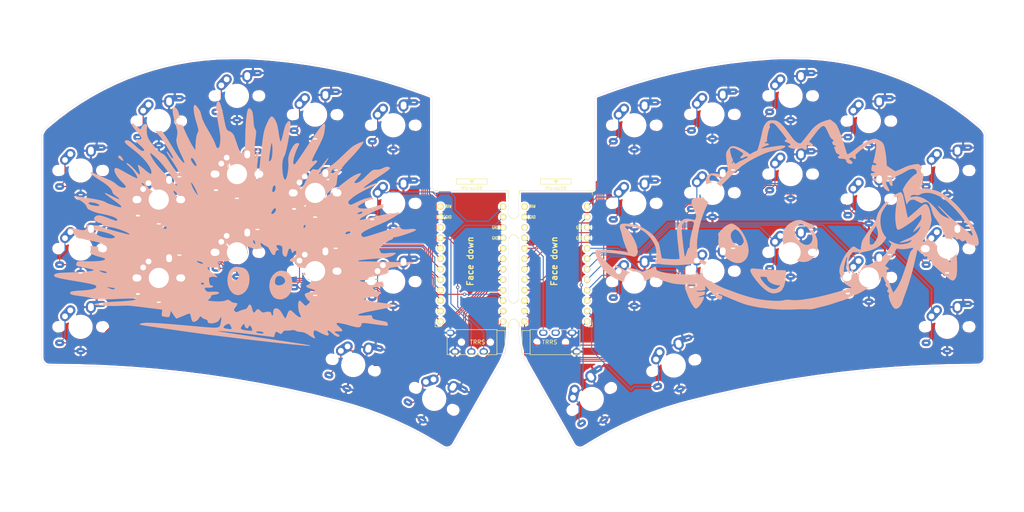
<source format=kicad_pcb>
(kicad_pcb (version 20171130) (host pcbnew "(5.1.10-1-10_14)")
  (layers (0 F.Cu signal) (31 B.Cu signal) (34 B.Paste user) (35 F.Paste user) (36 B.SilkS user) (37 F.SilkS user) (38 B.Mask user) (39 F.Mask user) (44 Edge.Cuts user))
  (net 0 "")
  (net 1 gnd)
  (net 2 vcc)
  (net 3 Switch18)
  (net 4 reset)
  (net 5 Switch1)
  (net 6 Switch2)
  (net 7 Switch3)
  (net 8 Switch4)
  (net 9 Switch5)
  (net 10 Switch6)
  (net 11 Switch7)
  (net 12 Switch8)
  (net 13 Switch9)
  (net 14 Switch10)
  (net 15 Switch11)
  (net 16 Switch12)
  (net 17 Switch13)
  (net 18 Switch14)
  (net 19 Switch15)
  (net 20 Switch16)
  (net 21 Switch17)
  (net 22 raw)
  (net 23 Switch18_r)
  (net 24 reset_r)
  (net 25 Switch9_r)
  (net 26 Switch10_r)
  (net 27 Switch11_r)
  (net 28 Switch12_r)
  (net 29 Switch13_r)
  (net 30 Switch14_r)
  (net 31 Switch15_r)
  (net 32 Switch16_r)
  (net 33 Switch17_r)
  (net 34 Switch1_r)
  (net 35 Switch2_r)
  (net 36 Switch3_r)
  (net 37 Switch4_r)
  (net 38 Switch5_r)
  (net 39 Switch6_r)
  (net 40 Switch7_r)
  (net 41 Switch8_r)
  (module silkscreens:open_eyes (layer B.Cu) (at 218.99 95.71 190)
    (fp_text reference G*** hide)
    (fp_text value LOGO hide)
  )
  (module silkscreens:unsafe_rust (layer B.Cu) (at 85.12 91.95 172)
    (fp_text reference G*** hide)
    (fp_text value LOGO hide)
  )
  (module Duckyb-Parts:mouse-bite-5mm-slot-with-space-for-track (layer F.Cu) (at 150.241 111.1885)
    (fp_text reference mouse-bite-5mm-slot hide)
    (fp_text value VAL** hide)
    (pad "" np_thru_hole circle (at 1.016 0) (size 0.5 0.5) (drill 0.5) (layers *.Cu *.Mask))
    (pad "" np_thru_hole circle (at -1.016 0) (size 0.5 0.5) (drill 0.5) (layers *.Cu *.Mask))
    (pad "" np_thru_hole circle (at 1.016 2.032) (size 0.5 0.5) (drill 0.5) (layers *.Cu *.Mask))
    (pad "" np_thru_hole circle (at -1.016 2.032) (size 0.5 0.5) (drill 0.5) (layers *.Cu *.Mask))
    (pad "" np_thru_hole circle (at 1.016 -2.032) (size 0.5 0.5) (drill 0.5) (layers *.Cu *.Mask))
    (pad "" np_thru_hole circle (at -1.016 -2.032) (size 0.5 0.5) (drill 0.5) (layers *.Cu *.Mask))
    (pad "" np_thru_hole circle (at 1.016 -1.016) (size 0.5 0.5) (drill 0.5) (layers *.Cu *.Mask))
    (pad "" np_thru_hole circle (at 1.016 1.016) (size 0.5 0.5) (drill 0.5) (layers *.Cu *.Mask))
    (pad "" np_thru_hole circle (at -1.016 1.016) (size 0.5 0.5) (drill 0.5) (layers *.Cu *.Mask))
    (pad "" np_thru_hole circle (at -1.016 -1.016) (size 0.5 0.5) (drill 0.5) (layers *.Cu *.Mask))
  )
  (module Duckyb-Parts:mouse-bite-5mm-slot-with-space-for-track (layer F.Cu) (at 150.241 90.678)
    (fp_text reference mouse-bite-5mm-slot hide)
    (fp_text value VAL** hide)
    (pad "" np_thru_hole circle (at 1.016 0) (size 0.5 0.5) (drill 0.5) (layers *.Cu *.Mask))
    (pad "" np_thru_hole circle (at -1.016 0) (size 0.5 0.5) (drill 0.5) (layers *.Cu *.Mask))
    (pad "" np_thru_hole circle (at 1.016 2.032) (size 0.5 0.5) (drill 0.5) (layers *.Cu *.Mask))
    (pad "" np_thru_hole circle (at -1.016 2.032) (size 0.5 0.5) (drill 0.5) (layers *.Cu *.Mask))
    (pad "" np_thru_hole circle (at 1.016 -2.032) (size 0.5 0.5) (drill 0.5) (layers *.Cu *.Mask))
    (pad "" np_thru_hole circle (at -1.016 -2.032) (size 0.5 0.5) (drill 0.5) (layers *.Cu *.Mask))
    (pad "" np_thru_hole circle (at 1.016 -1.016) (size 0.5 0.5) (drill 0.5) (layers *.Cu *.Mask))
    (pad "" np_thru_hole circle (at 1.016 1.016) (size 0.5 0.5) (drill 0.5) (layers *.Cu *.Mask))
    (pad "" np_thru_hole circle (at -1.016 1.016) (size 0.5 0.5) (drill 0.5) (layers *.Cu *.Mask))
    (pad "" np_thru_hole circle (at -1.016 -1.016) (size 0.5 0.5) (drill 0.5) (layers *.Cu *.Mask))
  )
  (module kbd:ProMicro_v3_min (layer F.Cu) (at 160.51784 100.246)
    (fp_text reference U2 hide)
    (fp_text value ProMicro-kbd hide)
    (fp_text user GND (at 5.68 -6.8) (layer F.SilkS) (effects (font (size 0.75 0.5) (thickness 0.125))))
    (fp_text user GND (at 5.68 -9.38) (layer F.SilkS) (effects (font (size 0.75 0.5) (thickness 0.125))))
    (fp_text user GND (at -5.67 -11.91) (layer F.SilkS) (effects (font (size 0.75 0.5) (thickness 0.125))))
    (fp_text user RAW (at -5.67 -14.52) (layer F.SilkS) (effects (font (size 0.75 0.5) (thickness 0.125))))
    (fp_text user MicroUSB (at -0.05 -18.95) (layer F.SilkS) (effects (font (size 0.75 0.75) (thickness 0.12))))
    (fp_text user "" (at -0.5 -17.25) (layer F.SilkS))
    (fp_text user "" (at -1.2065 -16.256) (layer B.SilkS) (effects (justify mirror)))
    (pad 1 thru_hole circle (at 7.6114 -14.478) (size 1.524 1.524) (drill 0.8128) (layers *.Cu F.SilkS B.Mask) (net 26 Switch10_r))
    (pad 2 thru_hole circle (at 7.6114 -11.938) (size 1.524 1.524) (drill 0.8128) (layers *.Cu F.SilkS B.Mask) (net 23 Switch18_r))
    (pad 3 thru_hole circle (at 7.6114 -9.398) (size 1.524 1.524) (drill 0.8128) (layers *.Cu F.SilkS B.Mask) (net 1 gnd))
    (pad 4 thru_hole circle (at 7.6114 -6.858) (size 1.524 1.524) (drill 0.8128) (layers *.Cu F.SilkS B.Mask) (net 1 gnd))
    (pad 5 thru_hole circle (at 7.6114 -4.318) (size 1.524 1.524) (drill 0.8128) (layers *.Cu F.SilkS B.Mask) (net 27 Switch11_r))
    (pad 6 thru_hole circle (at 7.6114 -1.778) (size 1.524 1.524) (drill 0.8128) (layers *.Cu F.SilkS B.Mask) (net 28 Switch12_r))
    (pad 7 thru_hole circle (at 7.6114 0.762) (size 1.524 1.524) (drill 0.8128) (layers *.Cu F.SilkS B.Mask) (net 29 Switch13_r))
    (pad 8 thru_hole circle (at 7.6114 3.302) (size 1.524 1.524) (drill 0.8128) (layers *.Cu F.SilkS B.Mask) (net 30 Switch14_r))
    (pad 9 thru_hole circle (at 7.6114 5.842) (size 1.524 1.524) (drill 0.8128) (layers *.Cu F.SilkS B.Mask) (net 31 Switch15_r))
    (pad 10 thru_hole circle (at 7.6114 8.382) (size 1.524 1.524) (drill 0.8128) (layers *.Cu F.SilkS B.Mask) (net 34 Switch1_r))
    (pad 11 thru_hole circle (at 7.6114 10.922) (size 1.524 1.524) (drill 0.8128) (layers *.Cu F.SilkS B.Mask) (net 32 Switch16_r))
    (pad 12 thru_hole circle (at 7.6114 13.462) (size 1.524 1.524) (drill 0.8128) (layers *.Cu F.SilkS B.Mask) (net 33 Switch17_r))
    (pad 13 thru_hole circle (at -7.6086 13.462) (size 1.524 1.524) (drill 0.8128) (layers *.Cu F.SilkS B.Mask) (net 25 Switch9_r))
    (pad 14 thru_hole circle (at -7.6086 10.922) (size 1.524 1.524) (drill 0.8128) (layers *.Cu F.SilkS B.Mask) (net 41 Switch8_r))
    (pad 15 thru_hole circle (at -7.6086 8.382) (size 1.524 1.524) (drill 0.8128) (layers *.Cu F.SilkS B.Mask) (net 40 Switch7_r))
    (pad 16 thru_hole circle (at -7.6086 5.842) (size 1.524 1.524) (drill 0.8128) (layers *.Cu F.SilkS B.Mask) (net 39 Switch6_r))
    (pad 17 thru_hole circle (at -7.6086 3.302) (size 1.524 1.524) (drill 0.8128) (layers *.Cu F.SilkS B.Mask) (net 35 Switch2_r))
    (pad 18 thru_hole circle (at -7.6086 0.762) (size 1.524 1.524) (drill 0.8128) (layers *.Cu F.SilkS B.Mask) (net 36 Switch3_r))
    (pad 19 thru_hole circle (at -7.6086 -1.778) (size 1.524 1.524) (drill 0.8128) (layers *.Cu F.SilkS B.Mask) (net 37 Switch4_r))
    (pad 20 thru_hole circle (at -7.6086 -4.318) (size 1.524 1.524) (drill 0.8128) (layers *.Cu F.SilkS B.Mask) (net 38 Switch5_r))
    (pad 21 thru_hole circle (at -7.6086 -6.858) (size 1.524 1.524) (drill 0.8128) (layers *.Cu F.SilkS B.Mask) (net 2 vcc))
    (pad 22 thru_hole circle (at -7.6086 -9.398) (size 1.524 1.524) (drill 0.8128) (layers *.Cu F.SilkS B.Mask) (net 24 reset_r))
    (pad 23 thru_hole circle (at -7.6086 -11.938) (size 1.524 1.524) (drill 0.8128) (layers *.Cu F.SilkS B.Mask) (net 1 gnd))
    (pad 24 thru_hole circle (at -7.6086 -14.478) (size 1.524 1.524) (drill 0.8128) (layers *.Cu F.SilkS B.Mask) (net 22 raw))
  )
  (module kbd:ProMicro_v3_min (layer F.Cu) (at 140.094 100.246)
    (fp_text reference U1 hide)
    (fp_text value ProMicro-kbd hide)
    (fp_text user GND (at 5.68 -6.8) (layer F.SilkS) (effects (font (size 0.75 0.5) (thickness 0.125))))
    (fp_text user GND (at 5.68 -9.38) (layer F.SilkS) (effects (font (size 0.75 0.5) (thickness 0.125))))
    (fp_text user GND (at -5.67 -11.91) (layer F.SilkS) (effects (font (size 0.75 0.5) (thickness 0.125))))
    (fp_text user RAW (at -5.67 -14.52) (layer F.SilkS) (effects (font (size 0.75 0.5) (thickness 0.125))))
    (fp_text user MicroUSB (at -0.05 -18.95) (layer F.SilkS) (effects (font (size 0.75 0.75) (thickness 0.12))))
    (fp_text user "" (at -0.5 -17.25) (layer F.SilkS))
    (fp_text user "" (at -1.2065 -16.256) (layer B.SilkS) (effects (justify mirror)))
    (pad 1 thru_hole circle (at 7.6114 -14.478) (size 1.524 1.524) (drill 0.8128) (layers *.Cu F.SilkS B.Mask) (net 14 Switch10))
    (pad 2 thru_hole circle (at 7.6114 -11.938) (size 1.524 1.524) (drill 0.8128) (layers *.Cu F.SilkS B.Mask) (net 3 Switch18))
    (pad 3 thru_hole circle (at 7.6114 -9.398) (size 1.524 1.524) (drill 0.8128) (layers *.Cu F.SilkS B.Mask) (net 1 gnd))
    (pad 4 thru_hole circle (at 7.6114 -6.858) (size 1.524 1.524) (drill 0.8128) (layers *.Cu F.SilkS B.Mask) (net 1 gnd))
    (pad 5 thru_hole circle (at 7.6114 -4.318) (size 1.524 1.524) (drill 0.8128) (layers *.Cu F.SilkS B.Mask) (net 15 Switch11))
    (pad 6 thru_hole circle (at 7.6114 -1.778) (size 1.524 1.524) (drill 0.8128) (layers *.Cu F.SilkS B.Mask) (net 16 Switch12))
    (pad 7 thru_hole circle (at 7.6114 0.762) (size 1.524 1.524) (drill 0.8128) (layers *.Cu F.SilkS B.Mask) (net 17 Switch13))
    (pad 8 thru_hole circle (at 7.6114 3.302) (size 1.524 1.524) (drill 0.8128) (layers *.Cu F.SilkS B.Mask) (net 18 Switch14))
    (pad 9 thru_hole circle (at 7.6114 5.842) (size 1.524 1.524) (drill 0.8128) (layers *.Cu F.SilkS B.Mask) (net 19 Switch15))
    (pad 10 thru_hole circle (at 7.6114 8.382) (size 1.524 1.524) (drill 0.8128) (layers *.Cu F.SilkS B.Mask) (net 5 Switch1))
    (pad 11 thru_hole circle (at 7.6114 10.922) (size 1.524 1.524) (drill 0.8128) (layers *.Cu F.SilkS B.Mask) (net 20 Switch16))
    (pad 12 thru_hole circle (at 7.6114 13.462) (size 1.524 1.524) (drill 0.8128) (layers *.Cu F.SilkS B.Mask) (net 21 Switch17))
    (pad 13 thru_hole circle (at -7.6086 13.462) (size 1.524 1.524) (drill 0.8128) (layers *.Cu F.SilkS B.Mask) (net 13 Switch9))
    (pad 14 thru_hole circle (at -7.6086 10.922) (size 1.524 1.524) (drill 0.8128) (layers *.Cu F.SilkS B.Mask) (net 12 Switch8))
    (pad 15 thru_hole circle (at -7.6086 8.382) (size 1.524 1.524) (drill 0.8128) (layers *.Cu F.SilkS B.Mask) (net 11 Switch7))
    (pad 16 thru_hole circle (at -7.6086 5.842) (size 1.524 1.524) (drill 0.8128) (layers *.Cu F.SilkS B.Mask) (net 10 Switch6))
    (pad 17 thru_hole circle (at -7.6086 3.302) (size 1.524 1.524) (drill 0.8128) (layers *.Cu F.SilkS B.Mask) (net 6 Switch2))
    (pad 18 thru_hole circle (at -7.6086 0.762) (size 1.524 1.524) (drill 0.8128) (layers *.Cu F.SilkS B.Mask) (net 7 Switch3))
    (pad 19 thru_hole circle (at -7.6086 -1.778) (size 1.524 1.524) (drill 0.8128) (layers *.Cu F.SilkS B.Mask) (net 8 Switch4))
    (pad 20 thru_hole circle (at -7.6086 -4.318) (size 1.524 1.524) (drill 0.8128) (layers *.Cu F.SilkS B.Mask) (net 9 Switch5))
    (pad 21 thru_hole circle (at -7.6086 -6.858) (size 1.524 1.524) (drill 0.8128) (layers *.Cu F.SilkS B.Mask) (net 2 vcc))
    (pad 22 thru_hole circle (at -7.6086 -9.398) (size 1.524 1.524) (drill 0.8128) (layers *.Cu F.SilkS B.Mask) (net 4 reset))
    (pad 23 thru_hole circle (at -7.6086 -11.938) (size 1.524 1.524) (drill 0.8128) (layers *.Cu F.SilkS B.Mask) (net 1 gnd))
    (pad 24 thru_hole circle (at -7.6086 -14.478) (size 1.524 1.524) (drill 0.8128) (layers *.Cu F.SilkS B.Mask) (net 22 raw))
  )
  (module Kailh:keyswitch_cherrymx_alps_choc12_1u (layer F.Cu) (at 120.98 104.008)
    (fp_text reference SW18 hide)
    (fp_text value SW_Push hide)
    (pad "" np_thru_hole circle (at -5.08 0) (size 1.7 1.7) (drill 1.7) (layers *.Cu))
    (pad "" np_thru_hole circle (at 5.08 0) (size 1.7 1.7) (drill 1.7) (layers *.Cu))
    (pad 2 thru_hole oval (at 0 5.9) (size 2.2 1.5) (drill oval 1 0.3) (layers *.Cu B.Mask) (net 1 gnd))
    (pad "" np_thru_hole circle (at 5.5 0 90) (size 1.8 1.8) (drill 1.8) (layers *.Cu))
    (pad "" np_thru_hole circle (at -5.5 0 90) (size 1.8 1.8) (drill 1.8) (layers *.Cu))
    (pad "" np_thru_hole circle (at 0 0 90) (size 4.9 4.9) (drill 4.9) (layers *.Cu))
    (pad 1 thru_hole oval (at -5.1 3.9) (size 2.2 1.6) (drill oval 1 0.4) (layers *.Cu B.Mask) (net 19 Switch15))
    (pad 2 thru_hole oval (at 5 -5.55 0.5) (size 4.4 1.5) (drill oval 1 0.3 (offset -1.1 0)) (layers *.Cu B.Mask) (net 1 gnd))
    (pad 1 thru_hole circle (at -2.5 -4) (size 2.4 2.4) (drill 1.4) (layers *.Cu B.Mask) (net 19 Switch15))
    (pad 2 thru_hole oval (at 2.5 -4.8) (size 2.4 2.95) (drill oval 1.4 1.95) (layers *.Cu B.Mask) (net 1 gnd))
    (pad 1 thru_hole oval (at -3.8 -2.55 318) (size 2.4 4.4) (drill 1.4 (offset 0 -1)) (layers *.Cu B.Mask) (net 19 Switch15))
  )
  (module Kailh:keyswitch_cherrymx_alps_choc12_1u (layer F.Cu) (at 111.272 124.288 345)
    (fp_text reference SW21 hide)
    (fp_text value SW_Push hide)
    (pad "" np_thru_hole circle (at -5.08 0 345) (size 1.7 1.7) (drill 1.7) (layers *.Cu))
    (pad "" np_thru_hole circle (at 5.08 0 345) (size 1.7 1.7) (drill 1.7) (layers *.Cu))
    (pad 2 thru_hole oval (at 0 5.9 345) (size 2.2 1.5) (drill oval 1 0.3) (layers *.Cu B.Mask) (net 1 gnd))
    (pad "" np_thru_hole circle (at 5.5 0 75) (size 1.8 1.8) (drill 1.8) (layers *.Cu))
    (pad "" np_thru_hole circle (at -5.5 0 75) (size 1.8 1.8) (drill 1.8) (layers *.Cu))
    (pad "" np_thru_hole circle (at 0 0 75) (size 4.9 4.9) (drill 4.9) (layers *.Cu))
    (pad 1 thru_hole oval (at -5.1 3.9 345) (size 2.2 1.6) (drill oval 1 0.4) (layers *.Cu B.Mask) (net 20 Switch16))
    (pad 2 thru_hole oval (at 5 -5.55 345.5) (size 4.4 1.5) (drill oval 1 0.3 (offset -1.1 0)) (layers *.Cu B.Mask) (net 1 gnd))
    (pad 1 thru_hole circle (at -2.5 -4 345) (size 2.4 2.4) (drill 1.4) (layers *.Cu B.Mask) (net 20 Switch16))
    (pad 2 thru_hole oval (at 2.5 -4.8 345) (size 2.4 2.95) (drill oval 1.4 1.95) (layers *.Cu B.Mask) (net 1 gnd))
    (pad 1 thru_hole oval (at -3.8 -2.55 303) (size 2.4 4.4) (drill 1.4 (offset 0 -1)) (layers *.Cu B.Mask) (net 20 Switch16))
  )
  (module Kailh:keyswitch_cherrymx_alps_choc12_1u (layer F.Cu) (at 189.17984 124.41 15)
    (fp_text reference SW21_r1 hide)
    (fp_text value SW_Push hide)
    (pad "" np_thru_hole circle (at -5.08 0 15) (size 1.7 1.7) (drill 1.7) (layers *.Cu))
    (pad "" np_thru_hole circle (at 5.08 0 15) (size 1.7 1.7) (drill 1.7) (layers *.Cu))
    (pad 2 thru_hole oval (at 0 5.9 15) (size 2.2 1.5) (drill oval 1 0.3) (layers *.Cu B.Mask) (net 1 gnd))
    (pad "" np_thru_hole circle (at 5.5 0 105) (size 1.8 1.8) (drill 1.8) (layers *.Cu))
    (pad "" np_thru_hole circle (at -5.5 0 105) (size 1.8 1.8) (drill 1.8) (layers *.Cu))
    (pad "" np_thru_hole circle (at 0 0 105) (size 4.9 4.9) (drill 4.9) (layers *.Cu))
    (pad 1 thru_hole oval (at -5.1 3.9 15) (size 2.2 1.6) (drill oval 1 0.4) (layers *.Cu B.Mask) (net 32 Switch16_r))
    (pad 2 thru_hole oval (at 5 -5.55 15.5) (size 4.4 1.5) (drill oval 1 0.3 (offset -1.1 0)) (layers *.Cu B.Mask) (net 1 gnd))
    (pad 1 thru_hole circle (at -2.5 -4 15) (size 2.4 2.4) (drill 1.4) (layers *.Cu B.Mask) (net 32 Switch16_r))
    (pad 2 thru_hole oval (at 2.5 -4.8 15) (size 2.4 2.95) (drill oval 1.4 1.95) (layers *.Cu B.Mask) (net 1 gnd))
    (pad 1 thru_hole oval (at -3.8 -2.55 333) (size 2.4 4.4) (drill 1.4 (offset 0 -1)) (layers *.Cu B.Mask) (net 32 Switch16_r))
  )
  (module Kailh:keyswitch_cherrymx_alps_choc12_1u (layer F.Cu) (at 169.251 132.542 30)
    (fp_text reference SW20_r1 hide)
    (fp_text value SW_Push hide)
    (pad "" np_thru_hole circle (at -5.08 0 30) (size 1.7 1.7) (drill 1.7) (layers *.Cu))
    (pad "" np_thru_hole circle (at 5.08 0 30) (size 1.7 1.7) (drill 1.7) (layers *.Cu))
    (pad 2 thru_hole oval (at 0 5.9 30) (size 2.2 1.5) (drill oval 1 0.3) (layers *.Cu B.Mask) (net 1 gnd))
    (pad "" np_thru_hole circle (at 5.5 0 120) (size 1.8 1.8) (drill 1.8) (layers *.Cu))
    (pad "" np_thru_hole circle (at -5.5 0 120) (size 1.8 1.8) (drill 1.8) (layers *.Cu))
    (pad "" np_thru_hole circle (at 0 0 120) (size 4.9 4.9) (drill 4.9) (layers *.Cu))
    (pad 1 thru_hole oval (at -5.1 3.9 30) (size 2.2 1.6) (drill oval 1 0.4) (layers *.Cu B.Mask) (net 33 Switch17_r))
    (pad 2 thru_hole oval (at 5 -5.55 30.5) (size 4.4 1.5) (drill oval 1 0.3 (offset -1.1 0)) (layers *.Cu B.Mask) (net 1 gnd))
    (pad 1 thru_hole circle (at -2.5 -4 30) (size 2.4 2.4) (drill 1.4) (layers *.Cu B.Mask) (net 33 Switch17_r))
    (pad 2 thru_hole oval (at 2.5 -4.8 30) (size 2.4 2.95) (drill oval 1.4 1.95) (layers *.Cu B.Mask) (net 1 gnd))
    (pad 1 thru_hole oval (at -3.8 -2.55 348) (size 2.4 4.4) (drill 1.4 (offset 0 -1)) (layers *.Cu B.Mask) (net 33 Switch17_r))
  )
  (module Kailh:keyswitch_cherrymx_alps_choc12_1u (layer F.Cu) (at 217.58784 77.878)
    (fp_text reference SW9_r1 hide)
    (fp_text value SW_Push hide)
    (pad "" np_thru_hole circle (at -5.08 0) (size 1.7 1.7) (drill 1.7) (layers *.Cu))
    (pad "" np_thru_hole circle (at 5.08 0) (size 1.7 1.7) (drill 1.7) (layers *.Cu))
    (pad 2 thru_hole oval (at 0 5.9) (size 2.2 1.5) (drill oval 1 0.3) (layers *.Cu B.Mask) (net 1 gnd))
    (pad "" np_thru_hole circle (at 5.5 0 90) (size 1.8 1.8) (drill 1.8) (layers *.Cu))
    (pad "" np_thru_hole circle (at -5.5 0 90) (size 1.8 1.8) (drill 1.8) (layers *.Cu))
    (pad "" np_thru_hole circle (at 0 0 90) (size 4.9 4.9) (drill 4.9) (layers *.Cu))
    (pad 1 thru_hole oval (at -5.1 3.9) (size 2.2 1.6) (drill oval 1 0.4) (layers *.Cu B.Mask) (net 41 Switch8_r))
    (pad 2 thru_hole oval (at 5 -5.55 0.5) (size 4.4 1.5) (drill oval 1 0.3 (offset -1.1 0)) (layers *.Cu B.Mask) (net 1 gnd))
    (pad 1 thru_hole circle (at -2.5 -4) (size 2.4 2.4) (drill 1.4) (layers *.Cu B.Mask) (net 41 Switch8_r))
    (pad 2 thru_hole oval (at 2.5 -4.8) (size 2.4 2.95) (drill oval 1.4 1.95) (layers *.Cu B.Mask) (net 1 gnd))
    (pad 1 thru_hole oval (at -3.8 -2.55 318) (size 2.4 4.4) (drill 1.4 (offset 0 -1)) (layers *.Cu B.Mask) (net 41 Switch8_r))
  )
  (module Kailh:keyswitch_cherrymx_alps_choc12_1u (layer F.Cu) (at 236.61384 83.974)
    (fp_text reference SW8_r1 hide)
    (fp_text value SW_Push hide)
    (pad "" np_thru_hole circle (at -5.08 0) (size 1.7 1.7) (drill 1.7) (layers *.Cu))
    (pad "" np_thru_hole circle (at 5.08 0) (size 1.7 1.7) (drill 1.7) (layers *.Cu))
    (pad 2 thru_hole oval (at 0 5.9) (size 2.2 1.5) (drill oval 1 0.3) (layers *.Cu B.Mask) (net 1 gnd))
    (pad "" np_thru_hole circle (at 5.5 0 90) (size 1.8 1.8) (drill 1.8) (layers *.Cu))
    (pad "" np_thru_hole circle (at -5.5 0 90) (size 1.8 1.8) (drill 1.8) (layers *.Cu))
    (pad "" np_thru_hole circle (at 0 0 90) (size 4.9 4.9) (drill 4.9) (layers *.Cu))
    (pad 1 thru_hole oval (at -5.1 3.9) (size 2.2 1.6) (drill oval 1 0.4) (layers *.Cu B.Mask) (net 40 Switch7_r))
    (pad 2 thru_hole oval (at 5 -5.55 0.5) (size 4.4 1.5) (drill oval 1 0.3 (offset -1.1 0)) (layers *.Cu B.Mask) (net 1 gnd))
    (pad 1 thru_hole circle (at -2.5 -4) (size 2.4 2.4) (drill 1.4) (layers *.Cu B.Mask) (net 40 Switch7_r))
    (pad 2 thru_hole oval (at 2.5 -4.8) (size 2.4 2.95) (drill oval 1.4 1.95) (layers *.Cu B.Mask) (net 1 gnd))
    (pad 1 thru_hole oval (at -3.8 -2.55 318) (size 2.4 4.4) (drill 1.4 (offset 0 -1)) (layers *.Cu B.Mask) (net 40 Switch7_r))
  )
  (module Kailh:keyswitch_cherrymx_alps_choc12_1u (layer F.Cu) (at 255.63184 96)
    (fp_text reference SW7_r1 hide)
    (fp_text value SW_Push hide)
    (pad "" np_thru_hole circle (at -5.08 0) (size 1.7 1.7) (drill 1.7) (layers *.Cu))
    (pad "" np_thru_hole circle (at 5.08 0) (size 1.7 1.7) (drill 1.7) (layers *.Cu))
    (pad 2 thru_hole oval (at 0 5.9) (size 2.2 1.5) (drill oval 1 0.3) (layers *.Cu B.Mask) (net 1 gnd))
    (pad "" np_thru_hole circle (at 5.5 0 90) (size 1.8 1.8) (drill 1.8) (layers *.Cu))
    (pad "" np_thru_hole circle (at -5.5 0 90) (size 1.8 1.8) (drill 1.8) (layers *.Cu))
    (pad "" np_thru_hole circle (at 0 0 90) (size 4.9 4.9) (drill 4.9) (layers *.Cu))
    (pad 1 thru_hole oval (at -5.1 3.9) (size 2.2 1.6) (drill oval 1 0.4) (layers *.Cu B.Mask) (net 39 Switch6_r))
    (pad 2 thru_hole oval (at 5 -5.55 0.5) (size 4.4 1.5) (drill oval 1 0.3 (offset -1.1 0)) (layers *.Cu B.Mask) (net 1 gnd))
    (pad 1 thru_hole circle (at -2.5 -4) (size 2.4 2.4) (drill 1.4) (layers *.Cu B.Mask) (net 39 Switch6_r))
    (pad 2 thru_hole oval (at 2.5 -4.8) (size 2.4 2.95) (drill oval 1.4 1.95) (layers *.Cu B.Mask) (net 1 gnd))
    (pad 1 thru_hole oval (at -3.8 -2.55 318) (size 2.4 4.4) (drill 1.4 (offset 0 -1)) (layers *.Cu B.Mask) (net 39 Switch6_r))
  )
  (module Kailh:keyswitch_cherrymx_alps_choc12_1u (layer F.Cu) (at 179.58584 66)
    (fp_text reference SW6_r1 hide)
    (fp_text value SW_Push hide)
    (pad "" np_thru_hole circle (at -5.08 0) (size 1.7 1.7) (drill 1.7) (layers *.Cu))
    (pad "" np_thru_hole circle (at 5.08 0) (size 1.7 1.7) (drill 1.7) (layers *.Cu))
    (pad 2 thru_hole oval (at 0 5.9) (size 2.2 1.5) (drill oval 1 0.3) (layers *.Cu B.Mask) (net 1 gnd))
    (pad "" np_thru_hole circle (at 5.5 0 90) (size 1.8 1.8) (drill 1.8) (layers *.Cu))
    (pad "" np_thru_hole circle (at -5.5 0 90) (size 1.8 1.8) (drill 1.8) (layers *.Cu))
    (pad "" np_thru_hole circle (at 0 0 90) (size 4.9 4.9) (drill 4.9) (layers *.Cu))
    (pad 1 thru_hole oval (at -5.1 3.9) (size 2.2 1.6) (drill oval 1 0.4) (layers *.Cu B.Mask) (net 38 Switch5_r))
    (pad 2 thru_hole oval (at 5 -5.55 0.5) (size 4.4 1.5) (drill oval 1 0.3 (offset -1.1 0)) (layers *.Cu B.Mask) (net 1 gnd))
    (pad 1 thru_hole circle (at -2.5 -4) (size 2.4 2.4) (drill 1.4) (layers *.Cu B.Mask) (net 38 Switch5_r))
    (pad 2 thru_hole oval (at 2.5 -4.8) (size 2.4 2.95) (drill oval 1.4 1.95) (layers *.Cu B.Mask) (net 1 gnd))
    (pad 1 thru_hole oval (at -3.8 -2.55 318) (size 2.4 4.4) (drill 1.4 (offset 0 -1)) (layers *.Cu B.Mask) (net 38 Switch5_r))
  )
  (module Kailh:keyswitch_cherrymx_alps_choc12_1u (layer F.Cu) (at 198.58584 63.368)
    (fp_text reference SW5_r1 hide)
    (fp_text value SW_Push hide)
    (pad "" np_thru_hole circle (at -5.08 0) (size 1.7 1.7) (drill 1.7) (layers *.Cu))
    (pad "" np_thru_hole circle (at 5.08 0) (size 1.7 1.7) (drill 1.7) (layers *.Cu))
    (pad 2 thru_hole oval (at 0 5.9) (size 2.2 1.5) (drill oval 1 0.3) (layers *.Cu B.Mask) (net 1 gnd))
    (pad "" np_thru_hole circle (at 5.5 0 90) (size 1.8 1.8) (drill 1.8) (layers *.Cu))
    (pad "" np_thru_hole circle (at -5.5 0 90) (size 1.8 1.8) (drill 1.8) (layers *.Cu))
    (pad "" np_thru_hole circle (at 0 0 90) (size 4.9 4.9) (drill 4.9) (layers *.Cu))
    (pad 1 thru_hole oval (at -5.1 3.9) (size 2.2 1.6) (drill oval 1 0.4) (layers *.Cu B.Mask) (net 37 Switch4_r))
    (pad 2 thru_hole oval (at 5 -5.55 0.5) (size 4.4 1.5) (drill oval 1 0.3 (offset -1.1 0)) (layers *.Cu B.Mask) (net 1 gnd))
    (pad 1 thru_hole circle (at -2.5 -4) (size 2.4 2.4) (drill 1.4) (layers *.Cu B.Mask) (net 37 Switch4_r))
    (pad 2 thru_hole oval (at 2.5 -4.8) (size 2.4 2.95) (drill oval 1.4 1.95) (layers *.Cu B.Mask) (net 1 gnd))
    (pad 1 thru_hole oval (at -3.8 -2.55 318) (size 2.4 4.4) (drill 1.4 (offset 0 -1)) (layers *.Cu B.Mask) (net 37 Switch4_r))
  )
  (module Kailh:keyswitch_cherrymx_alps_choc12_1u (layer F.Cu) (at 217.58784 58.86)
    (fp_text reference SW4_r1 hide)
    (fp_text value SW_Push hide)
    (pad "" np_thru_hole circle (at -5.08 0) (size 1.7 1.7) (drill 1.7) (layers *.Cu))
    (pad "" np_thru_hole circle (at 5.08 0) (size 1.7 1.7) (drill 1.7) (layers *.Cu))
    (pad 2 thru_hole oval (at 0 5.9) (size 2.2 1.5) (drill oval 1 0.3) (layers *.Cu B.Mask) (net 1 gnd))
    (pad "" np_thru_hole circle (at 5.5 0 90) (size 1.8 1.8) (drill 1.8) (layers *.Cu))
    (pad "" np_thru_hole circle (at -5.5 0 90) (size 1.8 1.8) (drill 1.8) (layers *.Cu))
    (pad "" np_thru_hole circle (at 0 0 90) (size 4.9 4.9) (drill 4.9) (layers *.Cu))
    (pad 1 thru_hole oval (at -5.1 3.9) (size 2.2 1.6) (drill oval 1 0.4) (layers *.Cu B.Mask) (net 36 Switch3_r))
    (pad 2 thru_hole oval (at 5 -5.55 0.5) (size 4.4 1.5) (drill oval 1 0.3 (offset -1.1 0)) (layers *.Cu B.Mask) (net 1 gnd))
    (pad 1 thru_hole circle (at -2.5 -4) (size 2.4 2.4) (drill 1.4) (layers *.Cu B.Mask) (net 36 Switch3_r))
    (pad 2 thru_hole oval (at 2.5 -4.8) (size 2.4 2.95) (drill oval 1.4 1.95) (layers *.Cu B.Mask) (net 1 gnd))
    (pad 1 thru_hole oval (at -3.8 -2.55 318) (size 2.4 4.4) (drill 1.4 (offset 0 -1)) (layers *.Cu B.Mask) (net 36 Switch3_r))
  )
  (module Kailh:keyswitch_cherrymx_alps_choc12_1u (layer F.Cu) (at 236.61384 65)
    (fp_text reference SW3_r1 hide)
    (fp_text value SW_Push hide)
    (pad "" np_thru_hole circle (at -5.08 0) (size 1.7 1.7) (drill 1.7) (layers *.Cu))
    (pad "" np_thru_hole circle (at 5.08 0) (size 1.7 1.7) (drill 1.7) (layers *.Cu))
    (pad 2 thru_hole oval (at 0 5.9) (size 2.2 1.5) (drill oval 1 0.3) (layers *.Cu B.Mask) (net 1 gnd))
    (pad "" np_thru_hole circle (at 5.5 0 90) (size 1.8 1.8) (drill 1.8) (layers *.Cu))
    (pad "" np_thru_hole circle (at -5.5 0 90) (size 1.8 1.8) (drill 1.8) (layers *.Cu))
    (pad "" np_thru_hole circle (at 0 0 90) (size 4.9 4.9) (drill 4.9) (layers *.Cu))
    (pad 1 thru_hole oval (at -5.1 3.9) (size 2.2 1.6) (drill oval 1 0.4) (layers *.Cu B.Mask) (net 35 Switch2_r))
    (pad 2 thru_hole oval (at 5 -5.55 0.5) (size 4.4 1.5) (drill oval 1 0.3 (offset -1.1 0)) (layers *.Cu B.Mask) (net 1 gnd))
    (pad 1 thru_hole circle (at -2.5 -4) (size 2.4 2.4) (drill 1.4) (layers *.Cu B.Mask) (net 35 Switch2_r))
    (pad 2 thru_hole oval (at 2.5 -4.8) (size 2.4 2.95) (drill oval 1.4 1.95) (layers *.Cu B.Mask) (net 1 gnd))
    (pad 1 thru_hole oval (at -3.8 -2.55 318) (size 2.4 4.4) (drill 1.4 (offset 0 -1)) (layers *.Cu B.Mask) (net 35 Switch2_r))
  )
  (module Kailh:keyswitch_cherrymx_alps_choc12_1u (layer F.Cu) (at 255.63184 77)
    (fp_text reference SW2_r1 hide)
    (fp_text value SW_Push hide)
    (pad "" np_thru_hole circle (at -5.08 0) (size 1.7 1.7) (drill 1.7) (layers *.Cu))
    (pad "" np_thru_hole circle (at 5.08 0) (size 1.7 1.7) (drill 1.7) (layers *.Cu))
    (pad 2 thru_hole oval (at 0 5.9) (size 2.2 1.5) (drill oval 1 0.3) (layers *.Cu B.Mask) (net 1 gnd))
    (pad "" np_thru_hole circle (at 5.5 0 90) (size 1.8 1.8) (drill 1.8) (layers *.Cu))
    (pad "" np_thru_hole circle (at -5.5 0 90) (size 1.8 1.8) (drill 1.8) (layers *.Cu))
    (pad "" np_thru_hole circle (at 0 0 90) (size 4.9 4.9) (drill 4.9) (layers *.Cu))
    (pad 1 thru_hole oval (at -5.1 3.9) (size 2.2 1.6) (drill oval 1 0.4) (layers *.Cu B.Mask) (net 34 Switch1_r))
    (pad 2 thru_hole oval (at 5 -5.55 0.5) (size 4.4 1.5) (drill oval 1 0.3 (offset -1.1 0)) (layers *.Cu B.Mask) (net 1 gnd))
    (pad 1 thru_hole circle (at -2.5 -4) (size 2.4 2.4) (drill 1.4) (layers *.Cu B.Mask) (net 34 Switch1_r))
    (pad 2 thru_hole oval (at 2.5 -4.8) (size 2.4 2.95) (drill oval 1.4 1.95) (layers *.Cu B.Mask) (net 1 gnd))
    (pad 1 thru_hole oval (at -3.8 -2.55 318) (size 2.4 4.4) (drill 1.4 (offset 0 -1)) (layers *.Cu B.Mask) (net 34 Switch1_r))
  )
  (module Kailh:keyswitch_cherrymx_alps_choc12_1u (layer F.Cu) (at 236.61384 102.992)
    (fp_text reference SW18_r1 hide)
    (fp_text value SW_Push hide)
    (pad "" np_thru_hole circle (at -5.08 0) (size 1.7 1.7) (drill 1.7) (layers *.Cu))
    (pad "" np_thru_hole circle (at 5.08 0) (size 1.7 1.7) (drill 1.7) (layers *.Cu))
    (pad 2 thru_hole oval (at 0 5.9) (size 2.2 1.5) (drill oval 1 0.3) (layers *.Cu B.Mask) (net 1 gnd))
    (pad "" np_thru_hole circle (at 5.5 0 90) (size 1.8 1.8) (drill 1.8) (layers *.Cu))
    (pad "" np_thru_hole circle (at -5.5 0 90) (size 1.8 1.8) (drill 1.8) (layers *.Cu))
    (pad "" np_thru_hole circle (at 0 0 90) (size 4.9 4.9) (drill 4.9) (layers *.Cu))
    (pad 1 thru_hole oval (at -5.1 3.9) (size 2.2 1.6) (drill oval 1 0.4) (layers *.Cu B.Mask) (net 28 Switch12_r))
    (pad 2 thru_hole oval (at 5 -5.55 0.5) (size 4.4 1.5) (drill oval 1 0.3 (offset -1.1 0)) (layers *.Cu B.Mask) (net 1 gnd))
    (pad 1 thru_hole circle (at -2.5 -4) (size 2.4 2.4) (drill 1.4) (layers *.Cu B.Mask) (net 28 Switch12_r))
    (pad 2 thru_hole oval (at 2.5 -4.8) (size 2.4 2.95) (drill oval 1.4 1.95) (layers *.Cu B.Mask) (net 1 gnd))
    (pad 1 thru_hole oval (at -3.8 -2.55 318) (size 2.4 4.4) (drill 1.4 (offset 0 -1)) (layers *.Cu B.Mask) (net 28 Switch12_r))
  )
  (module Kailh:keyswitch_cherrymx_alps_choc12_1u (layer F.Cu) (at 179.58584 104.008)
    (fp_text reference SW17_r1 hide)
    (fp_text value SW_Push hide)
    (pad "" np_thru_hole circle (at -5.08 0) (size 1.7 1.7) (drill 1.7) (layers *.Cu))
    (pad "" np_thru_hole circle (at 5.08 0) (size 1.7 1.7) (drill 1.7) (layers *.Cu))
    (pad 2 thru_hole oval (at 0 5.9) (size 2.2 1.5) (drill oval 1 0.3) (layers *.Cu B.Mask) (net 1 gnd))
    (pad "" np_thru_hole circle (at 5.5 0 90) (size 1.8 1.8) (drill 1.8) (layers *.Cu))
    (pad "" np_thru_hole circle (at -5.5 0 90) (size 1.8 1.8) (drill 1.8) (layers *.Cu))
    (pad "" np_thru_hole circle (at 0 0 90) (size 4.9 4.9) (drill 4.9) (layers *.Cu))
    (pad 1 thru_hole oval (at -5.1 3.9) (size 2.2 1.6) (drill oval 1 0.4) (layers *.Cu B.Mask) (net 31 Switch15_r))
    (pad 2 thru_hole oval (at 5 -5.55 0.5) (size 4.4 1.5) (drill oval 1 0.3 (offset -1.1 0)) (layers *.Cu B.Mask) (net 1 gnd))
    (pad 1 thru_hole circle (at -2.5 -4) (size 2.4 2.4) (drill 1.4) (layers *.Cu B.Mask) (net 31 Switch15_r))
    (pad 2 thru_hole oval (at 2.5 -4.8) (size 2.4 2.95) (drill oval 1.4 1.95) (layers *.Cu B.Mask) (net 1 gnd))
    (pad 1 thru_hole oval (at -3.8 -2.55 318) (size 2.4 4.4) (drill 1.4 (offset 0 -1)) (layers *.Cu B.Mask) (net 31 Switch15_r))
  )
  (module Kailh:keyswitch_cherrymx_alps_choc12_1u (layer F.Cu) (at 198.58584 101.468)
    (fp_text reference SW16_r1 hide)
    (fp_text value SW_Push hide)
    (pad "" np_thru_hole circle (at -5.08 0) (size 1.7 1.7) (drill 1.7) (layers *.Cu))
    (pad "" np_thru_hole circle (at 5.08 0) (size 1.7 1.7) (drill 1.7) (layers *.Cu))
    (pad 2 thru_hole oval (at 0 5.9) (size 2.2 1.5) (drill oval 1 0.3) (layers *.Cu B.Mask) (net 1 gnd))
    (pad "" np_thru_hole circle (at 5.5 0 90) (size 1.8 1.8) (drill 1.8) (layers *.Cu))
    (pad "" np_thru_hole circle (at -5.5 0 90) (size 1.8 1.8) (drill 1.8) (layers *.Cu))
    (pad "" np_thru_hole circle (at 0 0 90) (size 4.9 4.9) (drill 4.9) (layers *.Cu))
    (pad 1 thru_hole oval (at -5.1 3.9) (size 2.2 1.6) (drill oval 1 0.4) (layers *.Cu B.Mask) (net 30 Switch14_r))
    (pad 2 thru_hole oval (at 5 -5.55 0.5) (size 4.4 1.5) (drill oval 1 0.3 (offset -1.1 0)) (layers *.Cu B.Mask) (net 1 gnd))
    (pad 1 thru_hole circle (at -2.5 -4) (size 2.4 2.4) (drill 1.4) (layers *.Cu B.Mask) (net 30 Switch14_r))
    (pad 2 thru_hole oval (at 2.5 -4.8) (size 2.4 2.95) (drill oval 1.4 1.95) (layers *.Cu B.Mask) (net 1 gnd))
    (pad 1 thru_hole oval (at -3.8 -2.55 318) (size 2.4 4.4) (drill 1.4 (offset 0 -1)) (layers *.Cu B.Mask) (net 30 Switch14_r))
  )
  (module Kailh:keyswitch_cherrymx_alps_choc12_1u (layer F.Cu) (at 217.58784 96.896)
    (fp_text reference SW15_r1 hide)
    (fp_text value SW_Push hide)
    (pad "" np_thru_hole circle (at -5.08 0) (size 1.7 1.7) (drill 1.7) (layers *.Cu))
    (pad "" np_thru_hole circle (at 5.08 0) (size 1.7 1.7) (drill 1.7) (layers *.Cu))
    (pad 2 thru_hole oval (at 0 5.9) (size 2.2 1.5) (drill oval 1 0.3) (layers *.Cu B.Mask) (net 1 gnd))
    (pad "" np_thru_hole circle (at 5.5 0 90) (size 1.8 1.8) (drill 1.8) (layers *.Cu))
    (pad "" np_thru_hole circle (at -5.5 0 90) (size 1.8 1.8) (drill 1.8) (layers *.Cu))
    (pad "" np_thru_hole circle (at 0 0 90) (size 4.9 4.9) (drill 4.9) (layers *.Cu))
    (pad 1 thru_hole oval (at -5.1 3.9) (size 2.2 1.6) (drill oval 1 0.4) (layers *.Cu B.Mask) (net 29 Switch13_r))
    (pad 2 thru_hole oval (at 5 -5.55 0.5) (size 4.4 1.5) (drill oval 1 0.3 (offset -1.1 0)) (layers *.Cu B.Mask) (net 1 gnd))
    (pad 1 thru_hole circle (at -2.5 -4) (size 2.4 2.4) (drill 1.4) (layers *.Cu B.Mask) (net 29 Switch13_r))
    (pad 2 thru_hole oval (at 2.5 -4.8) (size 2.4 2.95) (drill oval 1.4 1.95) (layers *.Cu B.Mask) (net 1 gnd))
    (pad 1 thru_hole oval (at -3.8 -2.55 318) (size 2.4 4.4) (drill 1.4 (offset 0 -1)) (layers *.Cu B.Mask) (net 29 Switch13_r))
  )
  (module Kailh:keyswitch_cherrymx_alps_choc12_1u (layer F.Cu) (at 255.63184 115)
    (fp_text reference SW13_r1 hide)
    (fp_text value SW_Push hide)
    (pad "" np_thru_hole circle (at -5.08 0) (size 1.7 1.7) (drill 1.7) (layers *.Cu))
    (pad "" np_thru_hole circle (at 5.08 0) (size 1.7 1.7) (drill 1.7) (layers *.Cu))
    (pad 2 thru_hole oval (at 0 5.9) (size 2.2 1.5) (drill oval 1 0.3) (layers *.Cu B.Mask) (net 1 gnd))
    (pad "" np_thru_hole circle (at 5.5 0 90) (size 1.8 1.8) (drill 1.8) (layers *.Cu))
    (pad "" np_thru_hole circle (at -5.5 0 90) (size 1.8 1.8) (drill 1.8) (layers *.Cu))
    (pad "" np_thru_hole circle (at 0 0 90) (size 4.9 4.9) (drill 4.9) (layers *.Cu))
    (pad 1 thru_hole oval (at -5.1 3.9) (size 2.2 1.6) (drill oval 1 0.4) (layers *.Cu B.Mask) (net 27 Switch11_r))
    (pad 2 thru_hole oval (at 5 -5.55 0.5) (size 4.4 1.5) (drill oval 1 0.3 (offset -1.1 0)) (layers *.Cu B.Mask) (net 1 gnd))
    (pad 1 thru_hole circle (at -2.5 -4) (size 2.4 2.4) (drill 1.4) (layers *.Cu B.Mask) (net 27 Switch11_r))
    (pad 2 thru_hole oval (at 2.5 -4.8) (size 2.4 2.95) (drill oval 1.4 1.95) (layers *.Cu B.Mask) (net 1 gnd))
    (pad 1 thru_hole oval (at -3.8 -2.55 318) (size 2.4 4.4) (drill 1.4 (offset 0 -1)) (layers *.Cu B.Mask) (net 27 Switch11_r))
  )
  (module Kailh:keyswitch_cherrymx_alps_choc12_1u (layer F.Cu) (at 179.58584 84.99)
    (fp_text reference SW12_r1 hide)
    (fp_text value SW_Push hide)
    (pad "" np_thru_hole circle (at -5.08 0) (size 1.7 1.7) (drill 1.7) (layers *.Cu))
    (pad "" np_thru_hole circle (at 5.08 0) (size 1.7 1.7) (drill 1.7) (layers *.Cu))
    (pad 2 thru_hole oval (at 0 5.9) (size 2.2 1.5) (drill oval 1 0.3) (layers *.Cu B.Mask) (net 1 gnd))
    (pad "" np_thru_hole circle (at 5.5 0 90) (size 1.8 1.8) (drill 1.8) (layers *.Cu))
    (pad "" np_thru_hole circle (at -5.5 0 90) (size 1.8 1.8) (drill 1.8) (layers *.Cu))
    (pad "" np_thru_hole circle (at 0 0 90) (size 4.9 4.9) (drill 4.9) (layers *.Cu))
    (pad 1 thru_hole oval (at -5.1 3.9) (size 2.2 1.6) (drill oval 1 0.4) (layers *.Cu B.Mask) (net 26 Switch10_r))
    (pad 2 thru_hole oval (at 5 -5.55 0.5) (size 4.4 1.5) (drill oval 1 0.3 (offset -1.1 0)) (layers *.Cu B.Mask) (net 1 gnd))
    (pad 1 thru_hole circle (at -2.5 -4) (size 2.4 2.4) (drill 1.4) (layers *.Cu B.Mask) (net 26 Switch10_r))
    (pad 2 thru_hole oval (at 2.5 -4.8) (size 2.4 2.95) (drill oval 1.4 1.95) (layers *.Cu B.Mask) (net 1 gnd))
    (pad 1 thru_hole oval (at -3.8 -2.55 318) (size 2.4 4.4) (drill 1.4 (offset 0 -1)) (layers *.Cu B.Mask) (net 26 Switch10_r))
  )
  (module Kailh:keyswitch_cherrymx_alps_choc12_1u (layer F.Cu) (at 198.58584 82.418)
    (fp_text reference SW11_r1 hide)
    (fp_text value SW_Push hide)
    (pad "" np_thru_hole circle (at -5.08 0) (size 1.7 1.7) (drill 1.7) (layers *.Cu))
    (pad "" np_thru_hole circle (at 5.08 0) (size 1.7 1.7) (drill 1.7) (layers *.Cu))
    (pad 2 thru_hole oval (at 0 5.9) (size 2.2 1.5) (drill oval 1 0.3) (layers *.Cu B.Mask) (net 1 gnd))
    (pad "" np_thru_hole circle (at 5.5 0 90) (size 1.8 1.8) (drill 1.8) (layers *.Cu))
    (pad "" np_thru_hole circle (at -5.5 0 90) (size 1.8 1.8) (drill 1.8) (layers *.Cu))
    (pad "" np_thru_hole circle (at 0 0 90) (size 4.9 4.9) (drill 4.9) (layers *.Cu))
    (pad 1 thru_hole oval (at -5.1 3.9) (size 2.2 1.6) (drill oval 1 0.4) (layers *.Cu B.Mask) (net 25 Switch9_r))
    (pad 2 thru_hole oval (at 5 -5.55 0.5) (size 4.4 1.5) (drill oval 1 0.3 (offset -1.1 0)) (layers *.Cu B.Mask) (net 1 gnd))
    (pad 1 thru_hole circle (at -2.5 -4) (size 2.4 2.4) (drill 1.4) (layers *.Cu B.Mask) (net 25 Switch9_r))
    (pad 2 thru_hole oval (at 2.5 -4.8) (size 2.4 2.95) (drill oval 1.4 1.95) (layers *.Cu B.Mask) (net 1 gnd))
    (pad 1 thru_hole oval (at -3.8 -2.55 318) (size 2.4 4.4) (drill 1.4 (offset 0 -1)) (layers *.Cu B.Mask) (net 25 Switch9_r))
  )
  (module Kailh:keyswitch_cherrymx_alps_choc12_1u (layer F.Cu) (at 130.95 132.504 330)
    (fp_text reference SW20 hide)
    (fp_text value SW_Push hide)
    (pad "" np_thru_hole circle (at -5.08 0 330) (size 1.7 1.7) (drill 1.7) (layers *.Cu))
    (pad "" np_thru_hole circle (at 5.08 0 330) (size 1.7 1.7) (drill 1.7) (layers *.Cu))
    (pad 2 thru_hole oval (at 0 5.9 330) (size 2.2 1.5) (drill oval 1 0.3) (layers *.Cu B.Mask) (net 1 gnd))
    (pad "" np_thru_hole circle (at 5.5 0 60) (size 1.8 1.8) (drill 1.8) (layers *.Cu))
    (pad "" np_thru_hole circle (at -5.5 0 60) (size 1.8 1.8) (drill 1.8) (layers *.Cu))
    (pad "" np_thru_hole circle (at 0 0 60) (size 4.9 4.9) (drill 4.9) (layers *.Cu))
    (pad 1 thru_hole oval (at -5.1 3.9 330) (size 2.2 1.6) (drill oval 1 0.4) (layers *.Cu B.Mask) (net 21 Switch17))
    (pad 2 thru_hole oval (at 5 -5.55 330.5) (size 4.4 1.5) (drill oval 1 0.3 (offset -1.1 0)) (layers *.Cu B.Mask) (net 1 gnd))
    (pad 1 thru_hole circle (at -2.5 -4 330) (size 2.4 2.4) (drill 1.4) (layers *.Cu B.Mask) (net 21 Switch17))
    (pad 2 thru_hole oval (at 2.5 -4.8 330) (size 2.4 2.95) (drill oval 1.4 1.95) (layers *.Cu B.Mask) (net 1 gnd))
    (pad 1 thru_hole oval (at -3.8 -2.55 288) (size 2.4 4.4) (drill 1.4 (offset 0 -1)) (layers *.Cu B.Mask) (net 21 Switch17))
  )
  (module Kailh:keyswitch_cherrymx_alps_choc12_1u (layer F.Cu) (at 102 101.468)
    (fp_text reference SW17 hide)
    (fp_text value SW_Push hide)
    (pad "" np_thru_hole circle (at -5.08 0) (size 1.7 1.7) (drill 1.7) (layers *.Cu))
    (pad "" np_thru_hole circle (at 5.08 0) (size 1.7 1.7) (drill 1.7) (layers *.Cu))
    (pad 2 thru_hole oval (at 0 5.9) (size 2.2 1.5) (drill oval 1 0.3) (layers *.Cu B.Mask) (net 1 gnd))
    (pad "" np_thru_hole circle (at 5.5 0 90) (size 1.8 1.8) (drill 1.8) (layers *.Cu))
    (pad "" np_thru_hole circle (at -5.5 0 90) (size 1.8 1.8) (drill 1.8) (layers *.Cu))
    (pad "" np_thru_hole circle (at 0 0 90) (size 4.9 4.9) (drill 4.9) (layers *.Cu))
    (pad 1 thru_hole oval (at -5.1 3.9) (size 2.2 1.6) (drill oval 1 0.4) (layers *.Cu B.Mask) (net 18 Switch14))
    (pad 2 thru_hole oval (at 5 -5.55 0.5) (size 4.4 1.5) (drill oval 1 0.3 (offset -1.1 0)) (layers *.Cu B.Mask) (net 1 gnd))
    (pad 1 thru_hole circle (at -2.5 -4) (size 2.4 2.4) (drill 1.4) (layers *.Cu B.Mask) (net 18 Switch14))
    (pad 2 thru_hole oval (at 2.5 -4.8) (size 2.4 2.95) (drill oval 1.4 1.95) (layers *.Cu B.Mask) (net 1 gnd))
    (pad 1 thru_hole oval (at -3.8 -2.55 318) (size 2.4 4.4) (drill 1.4 (offset 0 -1)) (layers *.Cu B.Mask) (net 18 Switch14))
  )
  (module Kailh:keyswitch_cherrymx_alps_choc12_1u (layer F.Cu) (at 83 96.896)
    (fp_text reference SW16 hide)
    (fp_text value SW_Push hide)
    (pad "" np_thru_hole circle (at -5.08 0) (size 1.7 1.7) (drill 1.7) (layers *.Cu))
    (pad "" np_thru_hole circle (at 5.08 0) (size 1.7 1.7) (drill 1.7) (layers *.Cu))
    (pad 2 thru_hole oval (at 0 5.9) (size 2.2 1.5) (drill oval 1 0.3) (layers *.Cu B.Mask) (net 1 gnd))
    (pad "" np_thru_hole circle (at 5.5 0 90) (size 1.8 1.8) (drill 1.8) (layers *.Cu))
    (pad "" np_thru_hole circle (at -5.5 0 90) (size 1.8 1.8) (drill 1.8) (layers *.Cu))
    (pad "" np_thru_hole circle (at 0 0 90) (size 4.9 4.9) (drill 4.9) (layers *.Cu))
    (pad 1 thru_hole oval (at -5.1 3.9) (size 2.2 1.6) (drill oval 1 0.4) (layers *.Cu B.Mask) (net 17 Switch13))
    (pad 2 thru_hole oval (at 5 -5.55 0.5) (size 4.4 1.5) (drill oval 1 0.3 (offset -1.1 0)) (layers *.Cu B.Mask) (net 1 gnd))
    (pad 1 thru_hole circle (at -2.5 -4) (size 2.4 2.4) (drill 1.4) (layers *.Cu B.Mask) (net 17 Switch13))
    (pad 2 thru_hole oval (at 2.5 -4.8) (size 2.4 2.95) (drill oval 1.4 1.95) (layers *.Cu B.Mask) (net 1 gnd))
    (pad 1 thru_hole oval (at -3.8 -2.55 318) (size 2.4 4.4) (drill 1.4 (offset 0 -1)) (layers *.Cu B.Mask) (net 17 Switch13))
  )
  (module Kailh:keyswitch_cherrymx_alps_choc12_1u (layer F.Cu) (at 64.008 103.124)
    (fp_text reference SW15 hide)
    (fp_text value SW_Push hide)
    (pad "" np_thru_hole circle (at -5.08 0) (size 1.7 1.7) (drill 1.7) (layers *.Cu))
    (pad "" np_thru_hole circle (at 5.08 0) (size 1.7 1.7) (drill 1.7) (layers *.Cu))
    (pad 2 thru_hole oval (at 0 5.9) (size 2.2 1.5) (drill oval 1 0.3) (layers *.Cu B.Mask) (net 1 gnd))
    (pad "" np_thru_hole circle (at 5.5 0 90) (size 1.8 1.8) (drill 1.8) (layers *.Cu))
    (pad "" np_thru_hole circle (at -5.5 0 90) (size 1.8 1.8) (drill 1.8) (layers *.Cu))
    (pad "" np_thru_hole circle (at 0 0 90) (size 4.9 4.9) (drill 4.9) (layers *.Cu))
    (pad 1 thru_hole oval (at -5.1 3.9) (size 2.2 1.6) (drill oval 1 0.4) (layers *.Cu B.Mask) (net 16 Switch12))
    (pad 2 thru_hole oval (at 5 -5.55 0.5) (size 4.4 1.5) (drill oval 1 0.3 (offset -1.1 0)) (layers *.Cu B.Mask) (net 1 gnd))
    (pad 1 thru_hole circle (at -2.5 -4) (size 2.4 2.4) (drill 1.4) (layers *.Cu B.Mask) (net 16 Switch12))
    (pad 2 thru_hole oval (at 2.5 -4.8) (size 2.4 2.95) (drill oval 1.4 1.95) (layers *.Cu B.Mask) (net 1 gnd))
    (pad 1 thru_hole oval (at -3.8 -2.55 318) (size 2.4 4.4) (drill 1.4 (offset 0 -1)) (layers *.Cu B.Mask) (net 16 Switch12))
  )
  (module Kailh:keyswitch_cherrymx_alps_choc12_1u (layer F.Cu) (at 45 115)
    (fp_text reference SW14 hide)
    (fp_text value SW_Push hide)
    (pad "" np_thru_hole circle (at -5.08 0) (size 1.7 1.7) (drill 1.7) (layers *.Cu))
    (pad "" np_thru_hole circle (at 5.08 0) (size 1.7 1.7) (drill 1.7) (layers *.Cu))
    (pad 2 thru_hole oval (at 0 5.9) (size 2.2 1.5) (drill oval 1 0.3) (layers *.Cu B.Mask) (net 1 gnd))
    (pad "" np_thru_hole circle (at 5.5 0 90) (size 1.8 1.8) (drill 1.8) (layers *.Cu))
    (pad "" np_thru_hole circle (at -5.5 0 90) (size 1.8 1.8) (drill 1.8) (layers *.Cu))
    (pad "" np_thru_hole circle (at 0 0 90) (size 4.9 4.9) (drill 4.9) (layers *.Cu))
    (pad 1 thru_hole oval (at -5.1 3.9) (size 2.2 1.6) (drill oval 1 0.4) (layers *.Cu B.Mask) (net 15 Switch11))
    (pad 2 thru_hole oval (at 5 -5.55 0.5) (size 4.4 1.5) (drill oval 1 0.3 (offset -1.1 0)) (layers *.Cu B.Mask) (net 1 gnd))
    (pad 1 thru_hole circle (at -2.5 -4) (size 2.4 2.4) (drill 1.4) (layers *.Cu B.Mask) (net 15 Switch11))
    (pad 2 thru_hole oval (at 2.5 -4.8) (size 2.4 2.95) (drill oval 1.4 1.95) (layers *.Cu B.Mask) (net 1 gnd))
    (pad 1 thru_hole oval (at -3.8 -2.55 318) (size 2.4 4.4) (drill 1.4 (offset 0 -1)) (layers *.Cu B.Mask) (net 15 Switch11))
  )
  (module Kailh:keyswitch_cherrymx_alps_choc12_1u (layer F.Cu) (at 120.98 84.99)
    (fp_text reference SW12 hide)
    (fp_text value SW_Push hide)
    (pad "" np_thru_hole circle (at -5.08 0) (size 1.7 1.7) (drill 1.7) (layers *.Cu))
    (pad "" np_thru_hole circle (at 5.08 0) (size 1.7 1.7) (drill 1.7) (layers *.Cu))
    (pad 2 thru_hole oval (at 0 5.9) (size 2.2 1.5) (drill oval 1 0.3) (layers *.Cu B.Mask) (net 1 gnd))
    (pad "" np_thru_hole circle (at 5.5 0 90) (size 1.8 1.8) (drill 1.8) (layers *.Cu))
    (pad "" np_thru_hole circle (at -5.5 0 90) (size 1.8 1.8) (drill 1.8) (layers *.Cu))
    (pad "" np_thru_hole circle (at 0 0 90) (size 4.9 4.9) (drill 4.9) (layers *.Cu))
    (pad 1 thru_hole oval (at -5.1 3.9) (size 2.2 1.6) (drill oval 1 0.4) (layers *.Cu B.Mask) (net 14 Switch10))
    (pad 2 thru_hole oval (at 5 -5.55 0.5) (size 4.4 1.5) (drill oval 1 0.3 (offset -1.1 0)) (layers *.Cu B.Mask) (net 1 gnd))
    (pad 1 thru_hole circle (at -2.5 -4) (size 2.4 2.4) (drill 1.4) (layers *.Cu B.Mask) (net 14 Switch10))
    (pad 2 thru_hole oval (at 2.5 -4.8) (size 2.4 2.95) (drill oval 1.4 1.95) (layers *.Cu B.Mask) (net 1 gnd))
    (pad 1 thru_hole oval (at -3.8 -2.55 318) (size 2.4 4.4) (drill 1.4 (offset 0 -1)) (layers *.Cu B.Mask) (net 14 Switch10))
  )
  (module Kailh:keyswitch_cherrymx_alps_choc12_1u (layer F.Cu) (at 102 82.45)
    (fp_text reference SW11 hide)
    (fp_text value SW_Push hide)
    (pad "" np_thru_hole circle (at -5.08 0) (size 1.7 1.7) (drill 1.7) (layers *.Cu))
    (pad "" np_thru_hole circle (at 5.08 0) (size 1.7 1.7) (drill 1.7) (layers *.Cu))
    (pad 2 thru_hole oval (at 0 5.9) (size 2.2 1.5) (drill oval 1 0.3) (layers *.Cu B.Mask) (net 1 gnd))
    (pad "" np_thru_hole circle (at 5.5 0 90) (size 1.8 1.8) (drill 1.8) (layers *.Cu))
    (pad "" np_thru_hole circle (at -5.5 0 90) (size 1.8 1.8) (drill 1.8) (layers *.Cu))
    (pad "" np_thru_hole circle (at 0 0 90) (size 4.9 4.9) (drill 4.9) (layers *.Cu))
    (pad 1 thru_hole oval (at -5.1 3.9) (size 2.2 1.6) (drill oval 1 0.4) (layers *.Cu B.Mask) (net 13 Switch9))
    (pad 2 thru_hole oval (at 5 -5.55 0.5) (size 4.4 1.5) (drill oval 1 0.3 (offset -1.1 0)) (layers *.Cu B.Mask) (net 1 gnd))
    (pad 1 thru_hole circle (at -2.5 -4) (size 2.4 2.4) (drill 1.4) (layers *.Cu B.Mask) (net 13 Switch9))
    (pad 2 thru_hole oval (at 2.5 -4.8) (size 2.4 2.95) (drill oval 1.4 1.95) (layers *.Cu B.Mask) (net 1 gnd))
    (pad 1 thru_hole oval (at -3.8 -2.55 318) (size 2.4 4.4) (drill 1.4 (offset 0 -1)) (layers *.Cu B.Mask) (net 13 Switch9))
  )
  (module Kailh:keyswitch_cherrymx_alps_choc12_1u (layer F.Cu) (at 83 77.878)
    (fp_text reference SW10 hide)
    (fp_text value SW_Push hide)
    (pad "" np_thru_hole circle (at -5.08 0) (size 1.7 1.7) (drill 1.7) (layers *.Cu))
    (pad "" np_thru_hole circle (at 5.08 0) (size 1.7 1.7) (drill 1.7) (layers *.Cu))
    (pad 2 thru_hole oval (at 0 5.9) (size 2.2 1.5) (drill oval 1 0.3) (layers *.Cu B.Mask) (net 1 gnd))
    (pad "" np_thru_hole circle (at 5.5 0 90) (size 1.8 1.8) (drill 1.8) (layers *.Cu))
    (pad "" np_thru_hole circle (at -5.5 0 90) (size 1.8 1.8) (drill 1.8) (layers *.Cu))
    (pad "" np_thru_hole circle (at 0 0 90) (size 4.9 4.9) (drill 4.9) (layers *.Cu))
    (pad 1 thru_hole oval (at -5.1 3.9) (size 2.2 1.6) (drill oval 1 0.4) (layers *.Cu B.Mask) (net 12 Switch8))
    (pad 2 thru_hole oval (at 5 -5.55 0.5) (size 4.4 1.5) (drill oval 1 0.3 (offset -1.1 0)) (layers *.Cu B.Mask) (net 1 gnd))
    (pad 1 thru_hole circle (at -2.5 -4) (size 2.4 2.4) (drill 1.4) (layers *.Cu B.Mask) (net 12 Switch8))
    (pad 2 thru_hole oval (at 2.5 -4.8) (size 2.4 2.95) (drill oval 1.4 1.95) (layers *.Cu B.Mask) (net 1 gnd))
    (pad 1 thru_hole oval (at -3.8 -2.55 318) (size 2.4 4.4) (drill 1.4 (offset 0 -1)) (layers *.Cu B.Mask) (net 12 Switch8))
  )
  (module Kailh:keyswitch_cherrymx_alps_choc12_1u (layer F.Cu) (at 64 84.074)
    (fp_text reference SW9 hide)
    (fp_text value SW_Push hide)
    (pad "" np_thru_hole circle (at -5.08 0) (size 1.7 1.7) (drill 1.7) (layers *.Cu))
    (pad "" np_thru_hole circle (at 5.08 0) (size 1.7 1.7) (drill 1.7) (layers *.Cu))
    (pad 2 thru_hole oval (at 0 5.9) (size 2.2 1.5) (drill oval 1 0.3) (layers *.Cu B.Mask) (net 1 gnd))
    (pad "" np_thru_hole circle (at 5.5 0 90) (size 1.8 1.8) (drill 1.8) (layers *.Cu))
    (pad "" np_thru_hole circle (at -5.5 0 90) (size 1.8 1.8) (drill 1.8) (layers *.Cu))
    (pad "" np_thru_hole circle (at 0 0 90) (size 4.9 4.9) (drill 4.9) (layers *.Cu))
    (pad 1 thru_hole oval (at -5.1 3.9) (size 2.2 1.6) (drill oval 1 0.4) (layers *.Cu B.Mask) (net 11 Switch7))
    (pad 2 thru_hole oval (at 5 -5.55 0.5) (size 4.4 1.5) (drill oval 1 0.3 (offset -1.1 0)) (layers *.Cu B.Mask) (net 1 gnd))
    (pad 1 thru_hole circle (at -2.5 -4) (size 2.4 2.4) (drill 1.4) (layers *.Cu B.Mask) (net 11 Switch7))
    (pad 2 thru_hole oval (at 2.5 -4.8) (size 2.4 2.95) (drill oval 1.4 1.95) (layers *.Cu B.Mask) (net 1 gnd))
    (pad 1 thru_hole oval (at -3.8 -2.55 318) (size 2.4 4.4) (drill 1.4 (offset 0 -1)) (layers *.Cu B.Mask) (net 11 Switch7))
  )
  (module Kailh:keyswitch_cherrymx_alps_choc12_1u (layer F.Cu) (at 45 96)
    (fp_text reference SW8 hide)
    (fp_text value SW_Push hide)
    (pad "" np_thru_hole circle (at -5.08 0) (size 1.7 1.7) (drill 1.7) (layers *.Cu))
    (pad "" np_thru_hole circle (at 5.08 0) (size 1.7 1.7) (drill 1.7) (layers *.Cu))
    (pad 2 thru_hole oval (at 0 5.9) (size 2.2 1.5) (drill oval 1 0.3) (layers *.Cu B.Mask) (net 1 gnd))
    (pad "" np_thru_hole circle (at 5.5 0 90) (size 1.8 1.8) (drill 1.8) (layers *.Cu))
    (pad "" np_thru_hole circle (at -5.5 0 90) (size 1.8 1.8) (drill 1.8) (layers *.Cu))
    (pad "" np_thru_hole circle (at 0 0 90) (size 4.9 4.9) (drill 4.9) (layers *.Cu))
    (pad 1 thru_hole oval (at -5.1 3.9) (size 2.2 1.6) (drill oval 1 0.4) (layers *.Cu B.Mask) (net 10 Switch6))
    (pad 2 thru_hole oval (at 5 -5.55 0.5) (size 4.4 1.5) (drill oval 1 0.3 (offset -1.1 0)) (layers *.Cu B.Mask) (net 1 gnd))
    (pad 1 thru_hole circle (at -2.5 -4) (size 2.4 2.4) (drill 1.4) (layers *.Cu B.Mask) (net 10 Switch6))
    (pad 2 thru_hole oval (at 2.5 -4.8) (size 2.4 2.95) (drill oval 1.4 1.95) (layers *.Cu B.Mask) (net 1 gnd))
    (pad 1 thru_hole oval (at -3.8 -2.55 318) (size 2.4 4.4) (drill 1.4 (offset 0 -1)) (layers *.Cu B.Mask) (net 10 Switch6))
  )
  (module Kailh:keyswitch_cherrymx_alps_choc12_1u (layer F.Cu) (at 121 66)
    (fp_text reference SW6 hide)
    (fp_text value SW_Push hide)
    (pad "" np_thru_hole circle (at -5.08 0) (size 1.7 1.7) (drill 1.7) (layers *.Cu))
    (pad "" np_thru_hole circle (at 5.08 0) (size 1.7 1.7) (drill 1.7) (layers *.Cu))
    (pad 2 thru_hole oval (at 0 5.9) (size 2.2 1.5) (drill oval 1 0.3) (layers *.Cu B.Mask) (net 1 gnd))
    (pad "" np_thru_hole circle (at 5.5 0 90) (size 1.8 1.8) (drill 1.8) (layers *.Cu))
    (pad "" np_thru_hole circle (at -5.5 0 90) (size 1.8 1.8) (drill 1.8) (layers *.Cu))
    (pad "" np_thru_hole circle (at 0 0 90) (size 4.9 4.9) (drill 4.9) (layers *.Cu))
    (pad 1 thru_hole oval (at -5.1 3.9) (size 2.2 1.6) (drill oval 1 0.4) (layers *.Cu B.Mask) (net 9 Switch5))
    (pad 2 thru_hole oval (at 5 -5.55 0.5) (size 4.4 1.5) (drill oval 1 0.3 (offset -1.1 0)) (layers *.Cu B.Mask) (net 1 gnd))
    (pad 1 thru_hole circle (at -2.5 -4) (size 2.4 2.4) (drill 1.4) (layers *.Cu B.Mask) (net 9 Switch5))
    (pad 2 thru_hole oval (at 2.5 -4.8) (size 2.4 2.95) (drill oval 1.4 1.95) (layers *.Cu B.Mask) (net 1 gnd))
    (pad 1 thru_hole oval (at -3.8 -2.55 318) (size 2.4 4.4) (drill 1.4 (offset 0 -1)) (layers *.Cu B.Mask) (net 9 Switch5))
  )
  (module Kailh:keyswitch_cherrymx_alps_choc12_1u (layer F.Cu) (at 101.994 63.432)
    (fp_text reference SW5 hide)
    (fp_text value SW_Push hide)
    (pad "" np_thru_hole circle (at -5.08 0) (size 1.7 1.7) (drill 1.7) (layers *.Cu))
    (pad "" np_thru_hole circle (at 5.08 0) (size 1.7 1.7) (drill 1.7) (layers *.Cu))
    (pad 2 thru_hole oval (at 0 5.9) (size 2.2 1.5) (drill oval 1 0.3) (layers *.Cu B.Mask) (net 1 gnd))
    (pad "" np_thru_hole circle (at 5.5 0 90) (size 1.8 1.8) (drill 1.8) (layers *.Cu))
    (pad "" np_thru_hole circle (at -5.5 0 90) (size 1.8 1.8) (drill 1.8) (layers *.Cu))
    (pad "" np_thru_hole circle (at 0 0 90) (size 4.9 4.9) (drill 4.9) (layers *.Cu))
    (pad 1 thru_hole oval (at -5.1 3.9) (size 2.2 1.6) (drill oval 1 0.4) (layers *.Cu B.Mask) (net 8 Switch4))
    (pad 2 thru_hole oval (at 5 -5.55 0.5) (size 4.4 1.5) (drill oval 1 0.3 (offset -1.1 0)) (layers *.Cu B.Mask) (net 1 gnd))
    (pad 1 thru_hole circle (at -2.5 -4) (size 2.4 2.4) (drill 1.4) (layers *.Cu B.Mask) (net 8 Switch4))
    (pad 2 thru_hole oval (at 2.5 -4.8) (size 2.4 2.95) (drill oval 1.4 1.95) (layers *.Cu B.Mask) (net 1 gnd))
    (pad 1 thru_hole oval (at -3.8 -2.55 318) (size 2.4 4.4) (drill 1.4 (offset 0 -1)) (layers *.Cu B.Mask) (net 8 Switch4))
  )
  (module Kailh:keyswitch_cherrymx_alps_choc12_1u (layer F.Cu) (at 83 58.86)
    (fp_text reference SW4 hide)
    (fp_text value SW_Push hide)
    (pad "" np_thru_hole circle (at -5.08 0) (size 1.7 1.7) (drill 1.7) (layers *.Cu))
    (pad "" np_thru_hole circle (at 5.08 0) (size 1.7 1.7) (drill 1.7) (layers *.Cu))
    (pad 2 thru_hole oval (at 0 5.9) (size 2.2 1.5) (drill oval 1 0.3) (layers *.Cu B.Mask) (net 1 gnd))
    (pad "" np_thru_hole circle (at 5.5 0 90) (size 1.8 1.8) (drill 1.8) (layers *.Cu))
    (pad "" np_thru_hole circle (at -5.5 0 90) (size 1.8 1.8) (drill 1.8) (layers *.Cu))
    (pad "" np_thru_hole circle (at 0 0 90) (size 4.9 4.9) (drill 4.9) (layers *.Cu))
    (pad 1 thru_hole oval (at -5.1 3.9) (size 2.2 1.6) (drill oval 1 0.4) (layers *.Cu B.Mask) (net 7 Switch3))
    (pad 2 thru_hole oval (at 5 -5.55 0.5) (size 4.4 1.5) (drill oval 1 0.3 (offset -1.1 0)) (layers *.Cu B.Mask) (net 1 gnd))
    (pad 1 thru_hole circle (at -2.5 -4) (size 2.4 2.4) (drill 1.4) (layers *.Cu B.Mask) (net 7 Switch3))
    (pad 2 thru_hole oval (at 2.5 -4.8) (size 2.4 2.95) (drill oval 1.4 1.95) (layers *.Cu B.Mask) (net 1 gnd))
    (pad 1 thru_hole oval (at -3.8 -2.55 318) (size 2.4 4.4) (drill 1.4 (offset 0 -1)) (layers *.Cu B.Mask) (net 7 Switch3))
  )
  (module Kailh:keyswitch_cherrymx_alps_choc12_1u (layer F.Cu) (at 64 65)
    (fp_text reference SW3 hide)
    (fp_text value SW_Push hide)
    (pad "" np_thru_hole circle (at -5.08 0) (size 1.7 1.7) (drill 1.7) (layers *.Cu))
    (pad "" np_thru_hole circle (at 5.08 0) (size 1.7 1.7) (drill 1.7) (layers *.Cu))
    (pad 2 thru_hole oval (at 0 5.9) (size 2.2 1.5) (drill oval 1 0.3) (layers *.Cu B.Mask) (net 1 gnd))
    (pad "" np_thru_hole circle (at 5.5 0 90) (size 1.8 1.8) (drill 1.8) (layers *.Cu))
    (pad "" np_thru_hole circle (at -5.5 0 90) (size 1.8 1.8) (drill 1.8) (layers *.Cu))
    (pad "" np_thru_hole circle (at 0 0 90) (size 4.9 4.9) (drill 4.9) (layers *.Cu))
    (pad 1 thru_hole oval (at -5.1 3.9) (size 2.2 1.6) (drill oval 1 0.4) (layers *.Cu B.Mask) (net 6 Switch2))
    (pad 2 thru_hole oval (at 5 -5.55 0.5) (size 4.4 1.5) (drill oval 1 0.3 (offset -1.1 0)) (layers *.Cu B.Mask) (net 1 gnd))
    (pad 1 thru_hole circle (at -2.5 -4) (size 2.4 2.4) (drill 1.4) (layers *.Cu B.Mask) (net 6 Switch2))
    (pad 2 thru_hole oval (at 2.5 -4.8) (size 2.4 2.95) (drill oval 1.4 1.95) (layers *.Cu B.Mask) (net 1 gnd))
    (pad 1 thru_hole oval (at -3.8 -2.55 318) (size 2.4 4.4) (drill 1.4 (offset 0 -1)) (layers *.Cu B.Mask) (net 6 Switch2))
  )
  (module Kailh:keyswitch_cherrymx_alps_choc12_1u (layer F.Cu) (at 45 77)
    (fp_text reference SW2 hide)
    (fp_text value SW_Push hide)
    (pad "" np_thru_hole circle (at -5.08 0) (size 1.7 1.7) (drill 1.7) (layers *.Cu))
    (pad "" np_thru_hole circle (at 5.08 0) (size 1.7 1.7) (drill 1.7) (layers *.Cu))
    (pad 2 thru_hole oval (at 0 5.9) (size 2.2 1.5) (drill oval 1 0.3) (layers *.Cu B.Mask) (net 1 gnd))
    (pad "" np_thru_hole circle (at 5.5 0 90) (size 1.8 1.8) (drill 1.8) (layers *.Cu))
    (pad "" np_thru_hole circle (at -5.5 0 90) (size 1.8 1.8) (drill 1.8) (layers *.Cu))
    (pad "" np_thru_hole circle (at 0 0 90) (size 4.9 4.9) (drill 4.9) (layers *.Cu))
    (pad 1 thru_hole oval (at -5.1 3.9) (size 2.2 1.6) (drill oval 1 0.4) (layers *.Cu B.Mask) (net 5 Switch1))
    (pad 2 thru_hole oval (at 5 -5.55 0.5) (size 4.4 1.5) (drill oval 1 0.3 (offset -1.1 0)) (layers *.Cu B.Mask) (net 1 gnd))
    (pad 1 thru_hole circle (at -2.5 -4) (size 2.4 2.4) (drill 1.4) (layers *.Cu B.Mask) (net 5 Switch1))
    (pad 2 thru_hole oval (at 2.5 -4.8) (size 2.4 2.95) (drill oval 1.4 1.95) (layers *.Cu B.Mask) (net 1 gnd))
    (pad 1 thru_hole oval (at -3.8 -2.55 318) (size 2.4 4.4) (drill 1.4 (offset 0 -1)) (layers *.Cu B.Mask) (net 5 Switch1))
  )
  (module Kailh:TRRS-PJ-DPB2 (layer F.Cu) (at 154.26784 118.734 90)
    (fp_text reference J1)
    (fp_text value AudioJack4dpb hide)
    (fp_text user TRRS (at -0.011 4.73616) (layer F.SilkS))
    (pad R1 thru_hole oval (at 2.3 6.2 270) (size 1.6 2) (drill oval 0.9 1.3) (layers *.Cu *.Mask) (net 23 Switch18_r))
    (pad R2 thru_hole oval (at 2.3 3.2 270) (size 1.6 2) (drill oval 0.9 1.3) (layers *.Cu *.Mask) (net 2 vcc))
    (pad T thru_hole oval (at 2.3 10.2 270) (size 1.6 2) (drill oval 0.9 1.3) (layers *.Cu *.Mask) (net 1 gnd))
    (pad S thru_hole oval (at -2.3 11.3 270) (size 1.6 2) (drill oval 0.9 1.3) (layers *.Cu *.Mask) (net 1 gnd))
    (pad S thru_hole oval (at -2.3 11.3 90) (size 1.6 2) (drill oval 0.9 1.3) (layers *.Cu *.Mask) (net 1 gnd))
    (pad T thru_hole oval (at 2.3 10.2 90) (size 1.6 2) (drill oval 0.9 1.3) (layers *.Cu *.Mask) (net 1 gnd))
    (pad R2 thru_hole oval (at 2.3 3.2 90) (size 1.6 2) (drill oval 0.9 1.3) (layers *.Cu *.Mask) (net 2 vcc))
    (pad "" np_thru_hole circle (at 0 8.6 90) (size 0.8 0.8) (drill 0.8) (layers *.Cu *.Mask))
    (pad "" np_thru_hole circle (at 0 1.6 90) (size 0.8 0.8) (drill 0.8) (layers *.Cu *.Mask))
    (pad R1 thru_hole oval (at 2.3 6.2 90) (size 1.6 2) (drill oval 0.9 1.3) (layers *.Cu *.Mask) (net 23 Switch18_r))
  )
  (module Kailh:TRRS-PJ-DPB2 (layer F.Cu) (at 146.19 118.734 270)
    (fp_text reference J2)
    (fp_text value AudioJack4dpb hide)
    (fp_text user TRRS (at 0.011 4.712) (layer F.SilkS))
    (pad R1 thru_hole oval (at 2.3 6.2 90) (size 1.6 2) (drill oval 0.9 1.3) (layers *.Cu *.Mask) (net 3 Switch18))
    (pad R2 thru_hole oval (at 2.3 3.2 90) (size 1.6 2) (drill oval 0.9 1.3) (layers *.Cu *.Mask) (net 2 vcc))
    (pad T thru_hole oval (at 2.3 10.2 90) (size 1.6 2) (drill oval 0.9 1.3) (layers *.Cu *.Mask) (net 1 gnd))
    (pad S thru_hole oval (at -2.3 11.32 90) (size 1.6 2) (drill oval 0.9 1.3) (layers *.Cu *.Mask) (net 1 gnd))
    (pad S thru_hole oval (at -2.3 11.3 270) (size 1.6 2) (drill oval 0.9 1.3) (layers *.Cu *.Mask) (net 1 gnd))
    (pad T thru_hole oval (at 2.3 10.2 270) (size 1.6 2) (drill oval 0.9 1.3) (layers *.Cu *.Mask) (net 1 gnd))
    (pad R2 thru_hole oval (at 2.3 3.2 270) (size 1.6 2) (drill oval 0.9 1.3) (layers *.Cu *.Mask) (net 2 vcc))
    (pad "" np_thru_hole circle (at 0 8.6 270) (size 0.8 0.8) (drill 0.8) (layers *.Cu *.Mask))
    (pad "" np_thru_hole circle (at 0 1.6 270) (size 0.8 0.8) (drill 0.8) (layers *.Cu *.Mask))
    (pad R1 thru_hole oval (at 2.3 6.2 270) (size 1.6 2) (drill oval 0.9 1.3) (layers *.Cu *.Mask) (net 3 Switch18))
  )
  (gr_arc (start 150.241 108.2675) (end 149.288501 108.627999) (angle -138.5389276) (layer Edge.Cuts) (width 0.05))
  (gr_line (start 151.53384 108.628) (end 151.1935 108.628) (layer Edge.Cuts) (width 0.05))
  (gr_arc (start 150.241 114.1095) (end 151.193499 113.728501) (angle -136.397181) (layer Edge.Cuts) (width 0.05))
  (gr_line (start 151.54584 113.7285) (end 151.1935 113.7285) (layer Edge.Cuts) (width 0.05))
  (gr_arc (start 150.241 93.599) (end 151.193499 93.218001) (angle -136.397181) (layer Edge.Cuts) (width 0.05))
  (gr_line (start 151.54584 93.218) (end 151.1935 93.218) (layer Edge.Cuts) (width 0.05))
  (gr_arc (start 150.241 87.757) (end 149.288501 88.109999) (angle -139.3302184) (layer Edge.Cuts) (width 0.05))
  (gr_line (start 151.53384 88.11) (end 151.1935 88.11) (layer Edge.Cuts) (width 0.05))
  (gr_arc (start 81.868 118.198) (end 81.868 49.468) (angle -40.87028694) (layer Edge.Cuts) (width 0.05))
  (gr_line (start 85.843124 49.465561) (end 81.868 49.468) (layer Edge.Cuts) (width 0.05))
  (gr_line (start 35.465859 68.23732) (end 35.458001 122.542999) (layer Edge.Cuts) (width 0.05))
  (gr_arc (start 129.713 59.473) (end 130.463 59.473) (angle -65.14479855) (layer Edge.Cuts) (width 0.05))
  (gr_arc (start 37.458 122.473) (end 35.458001 122.542999) (angle -88.99765458) (layer Edge.Cuts) (width 0.05))
  (gr_arc (start 37.488 406.408) (end 107.798171 133.38233) (angle -14.38425514) (layer Edge.Cuts) (width 0.05))
  (gr_line (start 37.768 124.474571) (end 37.493002 124.473917) (layer Edge.Cuts) (width 0.05))
  (gr_arc (start 78.550642 193.305354) (end 130.028245 58.79247) (angle -18.03933832) (layer Edge.Cuts) (width 0.05))
  (gr_arc (start 39.338 69.468) (end 36.893 66.223) (angle -35.37139642) (layer Edge.Cuts) (width 0.05))
  (gr_line (start 130.458 80.868917) (end 130.463 59.473) (layer Edge.Cuts) (width 0.05))
  (gr_arc (start 152.29584 82.616) (end 151.54584 82.616) (angle 90) (layer Edge.Cuts) (width 0.05))
  (gr_arc (start 168.307692 116.118051) (end 153.280536 123.57215) (angle 25.93947102) (layer Edge.Cuts) (width 0.05))
  (gr_line (start 151.54584 101.262) (end 151.53384 108.628) (layer Edge.Cuts) (width 0.05))
  (gr_arc (start 218.58984 118.198) (end 218.58984 49.468) (angle 40.87028694) (layer Edge.Cuts) (width 0.05))
  (gr_line (start 214.614716 49.465561) (end 218.58984 49.468) (layer Edge.Cuts) (width 0.05))
  (gr_line (start 264.991981 68.23732) (end 264.999839 122.542999) (layer Edge.Cuts) (width 0.05))
  (gr_arc (start 170.74484 59.473) (end 169.99484 59.473) (angle 65.14479855) (layer Edge.Cuts) (width 0.05))
  (gr_arc (start 166.40984 142.648) (end 167.47984 144.298) (angle 90.64821197) (layer Edge.Cuts) (width 0.05))
  (gr_arc (start 262.99984 122.473) (end 264.999839 122.542999) (angle 88.99765458) (layer Edge.Cuts) (width 0.05))
  (gr_arc (start 262.96984 406.408) (end 192.659669 133.38233) (angle 14.38425514) (layer Edge.Cuts) (width 0.05))
  (gr_arc (start 214.20984 217.608) (end 167.47984 144.298) (angle 18.16273367) (layer Edge.Cuts) (width 0.05))
  (gr_line (start 262.68984 124.474571) (end 262.964838 124.473917) (layer Edge.Cuts) (width 0.05))
  (gr_arc (start 221.907198 193.305354) (end 170.429595 58.79247) (angle 18.03933832) (layer Edge.Cuts) (width 0.05))
  (gr_arc (start 261.11984 69.468) (end 263.56484 66.223) (angle 35.37139642) (layer Edge.Cuts) (width 0.05))
  (gr_line (start 169.99984 80.868917) (end 169.99484 59.473) (layer Edge.Cuts) (width 0.05))
  (gr_arc (start 168.99984 80.868917) (end 168.99984 81.868917) (angle -90) (layer Edge.Cuts) (width 0.05))
  (gr_line (start 151.54584 82.616) (end 151.53384 88.11) (layer Edge.Cuts) (width 0.05))
  (gr_line (start 151.54584 93.218) (end 151.54584 101.262) (layer Edge.Cuts) (width 0.05))
  (gr_line (start 168.99984 81.868917) (end 152.29584 81.866) (layer Edge.Cuts) (width 0.05))
  (gr_line (start 153.280536 123.57215) (end 164.74784 143.699265) (layer Edge.Cuts) (width 0.05))
  (gr_line (start 151.54584 113.7285) (end 151.53384 116.248) (layer Edge.Cuts) (width 0.05))
  (gr_arc (start 134.048 142.648) (end 132.978 144.298) (angle -90.64821197) (layer Edge.Cuts) (width 0.05))
  (gr_arc (start 86.248 217.608) (end 132.978 144.298) (angle -18.16273367) (layer Edge.Cuts) (width 0.05))
  (gr_arc (start 131.458 80.868917) (end 131.458 81.868917) (angle 90) (layer Edge.Cuts) (width 0.05))
  (gr_text "Face down" (at 160.10984 99.06 90) (layer F.SilkS) (effects (font (size 1.5 1.5) (thickness 0.3))))
  (gr_text "Face down" (at 139.7 99.06 90) (layer F.SilkS) (effects (font (size 1.5 1.5) (thickness 0.3))))
  (gr_line (start 148.912 113.7285) (end 148.924 116.248) (layer Edge.Cuts) (width 0.05))
  (gr_line (start 148.912 101.262) (end 148.924 108.628) (layer Edge.Cuts) (width 0.05))
  (gr_line (start 149.2885 113.7285) (end 148.912 113.7285) (layer Edge.Cuts) (width 0.05))
  (gr_line (start 149.2885 108.628) (end 148.924 108.628) (layer Edge.Cuts) (width 0.05))
  (gr_line (start 149.2885 93.218) (end 148.912 93.218) (layer Edge.Cuts) (width 0.05))
  (gr_line (start 149.2885 88.11) (end 148.924 88.11) (layer Edge.Cuts) (width 0.05))
  (gr_line (start 148.912 82.616) (end 148.924 88.11) (layer Edge.Cuts) (width 0.05))
  (gr_arc (start 132.105827 116.117708) (end 147.161679 123.613657) (angle -26.02374958) (layer Edge.Cuts) (width 0.05))
  (gr_line (start 147.161679 123.613657) (end 135.71 143.699265) (layer Edge.Cuts) (width 0.05))
  (gr_line (start 131.458 81.868917) (end 148.162 81.866) (layer Edge.Cuts) (width 0.05))
  (gr_line (start 148.912 93.218) (end 148.912 101.262) (layer Edge.Cuts) (width 0.05))
  (gr_arc (start 148.162 82.616) (end 148.912 82.616) (angle -90) (layer Edge.Cuts) (width 0.05))
  (segment (start 134.76 83.736) (end 134.76 86.784) (width 0.25) (layer B.Cu) (net 1))
  (segment (start 133.236 88.308) (end 132.4854 88.308) (width 0.25) (layer B.Cu) (net 1))
  (segment (start 134.76 86.784) (end 133.236 88.308) (width 0.25) (layer B.Cu) (net 1))
  (segment (start 142.97 121.014) (end 142.99 121.034) (width 0.25) (layer B.Cu) (net 2))
  (segment (start 142.97 116.404) (end 142.97 121.014) (width 0.25) (layer B.Cu) (net 2))
  (segment (start 157.46784 97.9466) (end 157.46784 116.434) (width 0.25) (layer B.Cu) (net 2))
  (segment (start 152.90924 93.388) (end 157.46784 97.9466) (width 0.25) (layer B.Cu) (net 2))
  (segment (start 132.4854 93.388) (end 134.282 93.388) (width 0.25) (layer F.Cu) (net 2))
  (segment (start 134.282 93.388) (end 136.652 95.758) (width 0.25) (layer F.Cu) (net 2))
  (segment (start 136.652 95.758) (end 136.652 105.41) (width 0.25) (layer F.Cu) (net 2))
  (segment (start 136.652 105.41) (end 136.652 105.41) (width 0.25) (layer F.Cu) (net 2))
  (via (at 136.652 105.41) (size 0.8) (drill 0.4) (layers F.Cu B.Cu) (net 2))
  (segment (start 136.652 110.086) (end 142.97 116.404) (width 0.25) (layer B.Cu) (net 2))
  (segment (start 136.652 105.41) (end 136.652 110.086) (width 0.25) (layer B.Cu) (net 2))
  (segment (start 145.6734 90.34) (end 147.7054 88.308) (width 0.25) (layer B.Cu) (net 3))
  (segment (start 138.316 90.34) (end 145.6734 90.34) (width 0.25) (layer B.Cu) (net 3))
  (segment (start 135.014 93.642) (end 138.316 90.34) (width 0.25) (layer B.Cu) (net 3))
  (segment (start 135.014 109.39) (end 135.014 93.642) (width 0.25) (layer B.Cu) (net 3))
  (segment (start 139.97 114.346) (end 135.014 109.39) (width 0.25) (layer B.Cu) (net 3))
  (segment (start 139.97 116.404) (end 139.97 114.346) (width 0.25) (layer B.Cu) (net 3))
  (segment (start 139.97 121.014) (end 139.99 121.034) (width 0.25) (layer B.Cu) (net 3))
  (segment (start 139.97 116.404) (end 139.97 121.014) (width 0.25) (layer B.Cu) (net 3))
  (via (at 138.316 107.104) (size 0.8) (drill 0.4) (layers F.Cu B.Cu) (net 5))
  (segment (start 133.744 107.104) (end 133.672999 107.175001) (width 0.25) (layer F.Cu) (net 5))
  (segment (start 138.316 107.104) (end 133.744 107.104) (width 0.25) (layer F.Cu) (net 5))
  (segment (start 133.672999 107.175001) (end 133.926999 107.175001) (width 0.25) (layer F.Cu) (net 5))
  (segment (start 146.1814 107.104) (end 146.6937 107.6163) (width 0.25) (layer B.Cu) (net 5))
  (segment (start 138.316 107.104) (end 146.1814 107.104) (width 0.25) (layer B.Cu) (net 5))
  (segment (start 146.6937 107.6163) (end 147.7054 108.628) (width 0.25) (layer B.Cu) (net 5))
  (segment (start 146.252401 107.175001) (end 146.6937 107.6163) (width 0.25) (layer B.Cu) (net 5))
  (segment (start 131.167319 106.378681) (end 131.963639 107.175001) (width 0.25) (layer F.Cu) (net 5))
  (segment (start 131.167319 102.866329) (end 131.167319 106.378681) (width 0.25) (layer F.Cu) (net 5))
  (segment (start 131.963639 107.175001) (end 133.672999 107.175001) (width 0.25) (layer F.Cu) (net 5))
  (segment (start 129.598359 101.297369) (end 131.167319 102.866329) (width 0.25) (layer F.Cu) (net 5))
  (segment (start 41.2 79.6) (end 39.9 80.9) (width 0.25) (layer F.Cu) (net 5))
  (segment (start 41.2 74.45) (end 41.2 79.6) (width 0.25) (layer F.Cu) (net 5))
  (segment (start 39.9 80.9) (end 56.514 80.9) (width 0.25) (layer F.Cu) (net 5))
  (segment (start 56.514 80.9) (end 66.91798 70.49602) (width 0.25) (layer F.Cu) (net 5))
  (segment (start 66.91798 70.49602) (end 84.97402 70.49602) (width 0.25) (layer F.Cu) (net 5))
  (segment (start 84.97402 70.49602) (end 96.894196 70.49602) (width 0.25) (layer F.Cu) (net 5))
  (segment (start 96.894196 70.49602) (end 98.868206 72.470028) (width 0.25) (layer F.Cu) (net 5))
  (segment (start 113.486798 72.470028) (end 114.7568 73.740028) (width 0.25) (layer F.Cu) (net 5))
  (segment (start 98.868206 72.470028) (end 113.486798 72.470028) (width 0.25) (layer F.Cu) (net 5))
  (segment (start 116.144388 73.740028) (end 118.372399 75.968037) (width 0.25) (layer F.Cu) (net 5))
  (segment (start 114.7568 73.740028) (end 116.144388 73.740028) (width 0.25) (layer F.Cu) (net 5))
  (segment (start 118.372399 75.968037) (end 125.238397 75.968037) (width 0.25) (layer F.Cu) (net 5))
  (segment (start 125.238397 75.968037) (end 127.978962 78.708602) (width 0.25) (layer F.Cu) (net 5))
  (segment (start 127.978962 78.708602) (end 127.978962 83.349038) (width 0.25) (layer F.Cu) (net 5))
  (segment (start 129.598359 85.055589) (end 129.598359 96.070359) (width 0.25) (layer F.Cu) (net 5))
  (segment (start 127.978962 83.349038) (end 127.978964 83.436194) (width 0.25) (layer F.Cu) (net 5))
  (segment (start 127.978964 83.436194) (end 129.598359 85.055589) (width 0.25) (layer F.Cu) (net 5))
  (segment (start 129.598359 96.070359) (end 129.598359 101.297369) (width 0.25) (layer F.Cu) (net 5))
  (segment (start 129.598359 95.846359) (end 129.598359 96.070359) (width 0.25) (layer F.Cu) (net 5))
  (segment (start 130.048369 101.110969) (end 132.4854 103.548) (width 0.25) (layer F.Cu) (net 6))
  (segment (start 130.048369 84.869189) (end 130.048369 101.110969) (width 0.25) (layer F.Cu) (net 6))
  (segment (start 128.428973 83.249793) (end 130.048369 84.869189) (width 0.25) (layer F.Cu) (net 6))
  (segment (start 60.2 67.6) (end 58.9 68.9) (width 0.25) (layer F.Cu) (net 6))
  (segment (start 60.2 62.45) (end 60.2 67.6) (width 0.25) (layer F.Cu) (net 6))
  (segment (start 128.428973 80.168973) (end 128.428973 80.676973) (width 0.25) (layer F.Cu) (net 6))
  (segment (start 99.054605 72.020019) (end 113.6732 72.02002) (width 0.25) (layer F.Cu) (net 6))
  (segment (start 58.9 68.9) (end 68.392 68.9) (width 0.25) (layer F.Cu) (net 6))
  (segment (start 68.392 68.9) (end 69.53801 70.04601) (width 0.25) (layer F.Cu) (net 6))
  (segment (start 128.428972 80.676972) (end 128.428973 80.676973) (width 0.25) (layer F.Cu) (net 6))
  (segment (start 128.428972 78.522202) (end 128.428972 80.676972) (width 0.25) (layer F.Cu) (net 6))
  (segment (start 97.080596 70.04601) (end 99.054605 72.020019) (width 0.25) (layer F.Cu) (net 6))
  (segment (start 69.53801 70.04601) (end 97.080596 70.04601) (width 0.25) (layer F.Cu) (net 6))
  (segment (start 113.6732 72.02002) (end 114.943199 73.290019) (width 0.25) (layer F.Cu) (net 6))
  (segment (start 128.428973 80.676973) (end 128.428973 83.249793) (width 0.25) (layer F.Cu) (net 6))
  (segment (start 116.33079 73.29002) (end 118.558798 75.518028) (width 0.25) (layer F.Cu) (net 6))
  (segment (start 118.558798 75.518028) (end 125.424799 75.518029) (width 0.25) (layer F.Cu) (net 6))
  (segment (start 114.943199 73.290019) (end 116.33079 73.29002) (width 0.25) (layer F.Cu) (net 6))
  (segment (start 125.424799 75.518029) (end 128.428972 78.522202) (width 0.25) (layer F.Cu) (net 6))
  (segment (start 79.2 61.46) (end 77.9 62.76) (width 0.25) (layer F.Cu) (net 7))
  (segment (start 79.2 56.31) (end 79.2 61.46) (width 0.25) (layer F.Cu) (net 7))
  (segment (start 84.736 69.596) (end 77.9 62.76) (width 0.25) (layer F.Cu) (net 7))
  (segment (start 97.266996 69.596) (end 84.736 69.596) (width 0.25) (layer F.Cu) (net 7))
  (segment (start 99.241006 71.57001) (end 97.266996 69.596) (width 0.25) (layer F.Cu) (net 7))
  (segment (start 113.8596 71.57001) (end 99.241006 71.57001) (width 0.25) (layer F.Cu) (net 7))
  (segment (start 116.51719 72.84001) (end 115.1296 72.84001) (width 0.25) (layer F.Cu) (net 7))
  (segment (start 115.1296 72.84001) (end 113.8596 71.57001) (width 0.25) (layer F.Cu) (net 7))
  (segment (start 118.745199 75.068019) (end 116.51719 72.84001) (width 0.25) (layer F.Cu) (net 7))
  (segment (start 130.498379 84.682789) (end 128.878982 83.063392) (width 0.25) (layer F.Cu) (net 7))
  (segment (start 130.498379 99.020979) (end 130.498379 84.682789) (width 0.25) (layer F.Cu) (net 7))
  (segment (start 132.4854 101.008) (end 130.498379 99.020979) (width 0.25) (layer F.Cu) (net 7))
  (segment (start 124.3412 75.06802) (end 123.30598 75.06802) (width 0.25) (layer F.Cu) (net 7))
  (segment (start 123.30598 75.06802) (end 118.745199 75.068019) (width 0.25) (layer F.Cu) (net 7))
  (segment (start 128.878982 78.335802) (end 128.878982 79.909018) (width 0.25) (layer F.Cu) (net 7))
  (segment (start 125.6112 75.06802) (end 128.878982 78.335802) (width 0.25) (layer F.Cu) (net 7))
  (segment (start 123.30598 75.06802) (end 125.6112 75.06802) (width 0.25) (layer F.Cu) (net 7))
  (segment (start 128.878982 79.909018) (end 128.878981 79.605801) (width 0.25) (layer F.Cu) (net 7))
  (segment (start 128.878982 83.063392) (end 128.878982 79.909018) (width 0.25) (layer F.Cu) (net 7))
  (segment (start 130.948389 96.930989) (end 132.4854 98.468) (width 0.25) (layer F.Cu) (net 8))
  (segment (start 129.328991 82.876991) (end 130.948389 84.496389) (width 0.25) (layer F.Cu) (net 8))
  (segment (start 130.948389 84.496389) (end 130.948389 96.930989) (width 0.25) (layer F.Cu) (net 8))
  (segment (start 98.194 66.032) (end 96.894 67.332) (width 0.25) (layer F.Cu) (net 8))
  (segment (start 98.194 60.882) (end 98.194 66.032) (width 0.25) (layer F.Cu) (net 8))
  (segment (start 125.7976 74.61801) (end 129.328991 78.149401) (width 0.25) (layer F.Cu) (net 8))
  (segment (start 118.9316 74.61801) (end 125.7976 74.61801) (width 0.25) (layer F.Cu) (net 8))
  (segment (start 116.70359 72.39) (end 118.9316 74.61801) (width 0.25) (layer F.Cu) (net 8))
  (segment (start 114.046 71.12) (end 115.316 72.39) (width 0.25) (layer F.Cu) (net 8))
  (segment (start 96.894 67.332) (end 100.682 71.12) (width 0.25) (layer F.Cu) (net 8))
  (segment (start 100.682 71.12) (end 114.046 71.12) (width 0.25) (layer F.Cu) (net 8))
  (segment (start 129.328991 79.713009) (end 129.328991 82.876991) (width 0.25) (layer F.Cu) (net 8))
  (segment (start 129.328991 78.149401) (end 129.328991 79.713009) (width 0.25) (layer F.Cu) (net 8))
  (segment (start 115.316 72.39) (end 116.70359 72.39) (width 0.25) (layer F.Cu) (net 8))
  (segment (start 129.328991 79.419401) (end 129.328991 79.713009) (width 0.25) (layer F.Cu) (net 8))
  (segment (start 131.398399 94.840999) (end 132.4854 95.928) (width 0.25) (layer F.Cu) (net 9))
  (segment (start 131.398399 84.184399) (end 131.398399 94.840999) (width 0.25) (layer F.Cu) (net 9))
  (segment (start 129.779 82.565) (end 131.398399 84.184399) (width 0.25) (layer F.Cu) (net 9))
  (segment (start 129.794 82.55) (end 129.779 82.565) (width 0.25) (layer F.Cu) (net 9))
  (segment (start 117.2 68.6) (end 115.9 69.9) (width 0.25) (layer F.Cu) (net 9))
  (segment (start 117.2 63.45) (end 117.2 68.6) (width 0.25) (layer F.Cu) (net 9))
  (segment (start 115.9 70.95) (end 119.118 74.168) (width 0.25) (layer F.Cu) (net 9))
  (segment (start 115.9 69.9) (end 115.9 70.95) (width 0.25) (layer F.Cu) (net 9))
  (segment (start 119.118 74.168) (end 124.714 74.168) (width 0.25) (layer F.Cu) (net 9))
  (segment (start 124.714 74.168) (end 125.984 74.168) (width 0.25) (layer F.Cu) (net 9))
  (segment (start 129.794 77.978) (end 129.794 79.502) (width 0.25) (layer F.Cu) (net 9))
  (segment (start 125.984 74.168) (end 129.794 77.978) (width 0.25) (layer F.Cu) (net 9))
  (segment (start 129.794 79.502) (end 129.794 82.55) (width 0.25) (layer F.Cu) (net 9))
  (segment (start 129.794 79.248) (end 129.794 79.502) (width 0.25) (layer F.Cu) (net 9))
  (segment (start 131.0827 98.0927) (end 131.0827 104.6853) (width 0.25) (layer B.Cu) (net 10))
  (segment (start 128.41 95.42) (end 131.0827 98.0927) (width 0.25) (layer B.Cu) (net 10))
  (segment (start 131.0827 104.6853) (end 132.4854 106.088) (width 0.25) (layer B.Cu) (net 10))
  (segment (start 114.948 95.42) (end 128.41 95.42) (width 0.25) (layer B.Cu) (net 10))
  (segment (start 39.9 99.9) (end 49.706 99.9) (width 0.25) (layer F.Cu) (net 10))
  (segment (start 49.706 99.9) (end 60.96 88.646) (width 0.25) (layer F.Cu) (net 10))
  (segment (start 60.96 88.646) (end 64.171412 88.646) (width 0.25) (layer F.Cu) (net 10))
  (segment (start 67.31 85.507412) (end 67.31 84.836) (width 0.25) (layer F.Cu) (net 10))
  (segment (start 67.137706 85.679706) (end 67.225011 85.592401) (width 0.25) (layer F.Cu) (net 10))
  (segment (start 64.171412 88.646) (end 67.137706 85.679706) (width 0.25) (layer F.Cu) (net 10))
  (segment (start 67.137706 85.679706) (end 67.31 85.507412) (width 0.25) (layer F.Cu) (net 10))
  (segment (start 67.225011 85.592401) (end 67.225011 83.017399) (width 0.25) (layer F.Cu) (net 10))
  (segment (start 67.225011 83.017399) (end 70.2904 79.95201) (width 0.25) (layer F.Cu) (net 10))
  (segment (start 80.330598 79.95201) (end 81.658588 81.28) (width 0.25) (layer F.Cu) (net 10))
  (segment (start 70.2904 79.95201) (end 80.330598 79.95201) (width 0.25) (layer F.Cu) (net 10))
  (segment (start 81.658588 81.28) (end 90.678 81.28) (width 0.25) (layer F.Cu) (net 10))
  (segment (start 90.932 81.28) (end 94.42698 84.77498) (width 0.25) (layer F.Cu) (net 10))
  (segment (start 90.678 81.28) (end 90.932 81.28) (width 0.25) (layer F.Cu) (net 10))
  (segment (start 94.42698 84.77498) (end 97.47498 84.77498) (width 0.25) (layer F.Cu) (net 10))
  (segment (start 97.482969 84.766991) (end 98.736991 84.766991) (width 0.25) (layer F.Cu) (net 10))
  (segment (start 97.47498 84.77498) (end 97.482969 84.766991) (width 0.25) (layer F.Cu) (net 10))
  (segment (start 98.736991 84.766991) (end 99.568 85.598) (width 0.25) (layer F.Cu) (net 10))
  (via (at 99.568 85.598) (size 0.8) (drill 0.4) (layers F.Cu B.Cu) (net 10))
  (segment (start 105.126 85.598) (end 111.237 91.709) (width 0.25) (layer B.Cu) (net 10))
  (segment (start 99.568 85.598) (end 105.126 85.598) (width 0.25) (layer B.Cu) (net 10))
  (segment (start 111.237 91.709) (end 114.948 95.42) (width 0.25) (layer B.Cu) (net 10))
  (segment (start 110.63 91.102) (end 111.237 91.709) (width 0.25) (layer B.Cu) (net 10))
  (segment (start 39.9 97.759002) (end 39.9 99.9) (width 0.25) (layer B.Cu) (net 10))
  (segment (start 41.2 96.459002) (end 39.9 97.759002) (width 0.25) (layer B.Cu) (net 10))
  (segment (start 41.2 93.45) (end 41.2 96.459002) (width 0.25) (layer B.Cu) (net 10))
  (segment (start 60.2 86.674) (end 58.9 87.974) (width 0.25) (layer B.Cu) (net 11))
  (segment (start 60.2 81.524) (end 60.2 86.674) (width 0.25) (layer B.Cu) (net 11))
  (segment (start 130.717309 103.315309) (end 130.717309 106.565081) (width 0.25) (layer F.Cu) (net 11))
  (segment (start 130.696 103.03142) (end 130.696 103.294) (width 0.25) (layer F.Cu) (net 11))
  (segment (start 129.148349 96.158349) (end 129.148349 101.492349) (width 0.25) (layer F.Cu) (net 11))
  (segment (start 129.148348 95.999938) (end 129.148349 96.158349) (width 0.25) (layer F.Cu) (net 11))
  (segment (start 128.26039 95.11198) (end 129.148348 95.999938) (width 0.25) (layer F.Cu) (net 11))
  (segment (start 129.156929 101.492349) (end 130.696 103.03142) (width 0.25) (layer F.Cu) (net 11))
  (segment (start 58.9 87.974) (end 64.207002 87.974) (width 0.25) (layer F.Cu) (net 11))
  (segment (start 64.207002 87.974) (end 66.775001 85.406001) (width 0.25) (layer F.Cu) (net 11))
  (segment (start 130.717309 106.565081) (end 132.4854 108.333172) (width 0.25) (layer F.Cu) (net 11))
  (segment (start 66.775001 85.406001) (end 66.775001 82.830999) (width 0.25) (layer F.Cu) (net 11))
  (segment (start 132.4854 108.333172) (end 132.4854 108.628) (width 0.25) (layer F.Cu) (net 11))
  (segment (start 81.786998 80.772) (end 91.06041 80.772) (width 0.25) (layer F.Cu) (net 11))
  (segment (start 101.410978 85.96798) (end 106.5448 85.96798) (width 0.25) (layer F.Cu) (net 11))
  (segment (start 130.696 103.294) (end 130.717309 103.315309) (width 0.25) (layer F.Cu) (net 11))
  (segment (start 70.104 79.502) (end 80.516998 79.502) (width 0.25) (layer F.Cu) (net 11))
  (segment (start 80.516998 79.502) (end 81.786998 80.772) (width 0.25) (layer F.Cu) (net 11))
  (segment (start 129.148349 101.492349) (end 129.156929 101.492349) (width 0.25) (layer F.Cu) (net 11))
  (segment (start 91.06041 80.772) (end 94.10841 83.82) (width 0.25) (layer F.Cu) (net 11))
  (segment (start 66.775001 82.830999) (end 70.104 79.502) (width 0.25) (layer F.Cu) (net 11))
  (segment (start 99.262998 83.82) (end 101.410978 85.96798) (width 0.25) (layer F.Cu) (net 11))
  (segment (start 94.10841 83.82) (end 99.262998 83.82) (width 0.25) (layer F.Cu) (net 11))
  (segment (start 115.6888 95.11198) (end 128.26039 95.11198) (width 0.25) (layer F.Cu) (net 11))
  (segment (start 106.5448 85.96798) (end 115.6888 95.11198) (width 0.25) (layer F.Cu) (net 11))
  (segment (start 79.2 80.478) (end 77.9 81.778) (width 0.25) (layer B.Cu) (net 12))
  (segment (start 79.2 75.328) (end 79.2 80.478) (width 0.25) (layer B.Cu) (net 12))
  (segment (start 130.95 107.434182) (end 130.95 109.6326) (width 0.25) (layer F.Cu) (net 12))
  (segment (start 130.24599 103.21782) (end 130.24599 103.60599) (width 0.25) (layer F.Cu) (net 12))
  (segment (start 77.9 81.778) (end 90.79359 81.778) (width 0.25) (layer F.Cu) (net 12))
  (segment (start 130.267299 103.627299) (end 130.267299 106.751481) (width 0.25) (layer F.Cu) (net 12))
  (segment (start 128.698339 96.186339) (end 128.698339 101.735661) (width 0.25) (layer F.Cu) (net 12))
  (segment (start 94.24058 85.22499) (end 97.90901 85.22499) (width 0.25) (layer F.Cu) (net 12))
  (segment (start 97.90901 85.22499) (end 97.917 85.217) (width 0.25) (layer F.Cu) (net 12))
  (segment (start 97.917 85.217) (end 99.11799 86.41799) (width 0.25) (layer F.Cu) (net 12))
  (segment (start 99.11799 86.41799) (end 106.3584 86.41799) (width 0.25) (layer F.Cu) (net 12))
  (segment (start 115.5024 95.56199) (end 128.07399 95.56199) (width 0.25) (layer F.Cu) (net 12))
  (segment (start 130.062593 103.099915) (end 130.128085 103.099915) (width 0.25) (layer F.Cu) (net 12))
  (segment (start 130.24599 103.60599) (end 130.267299 103.627299) (width 0.25) (layer F.Cu) (net 12))
  (segment (start 90.79359 81.778) (end 94.24058 85.22499) (width 0.25) (layer F.Cu) (net 12))
  (segment (start 106.3584 86.41799) (end 115.5024 95.56199) (width 0.25) (layer F.Cu) (net 12))
  (segment (start 130.267299 106.751481) (end 130.95 107.434182) (width 0.25) (layer F.Cu) (net 12))
  (segment (start 128.07399 95.56199) (end 128.698339 96.186339) (width 0.25) (layer F.Cu) (net 12))
  (segment (start 128.698339 101.735661) (end 130.062593 103.099915) (width 0.25) (layer F.Cu) (net 12))
  (segment (start 130.95 109.6326) (end 132.4854 111.168) (width 0.25) (layer F.Cu) (net 12))
  (segment (start 130.128085 103.099915) (end 130.24599 103.21782) (width 0.25) (layer F.Cu) (net 12))
  (segment (start 130.49999 111.72259) (end 130.7017 111.9243) (width 0.25) (layer F.Cu) (net 13))
  (segment (start 130.7017 111.9243) (end 132.4854 113.708) (width 0.25) (layer F.Cu) (net 13))
  (segment (start 130.49999 107.620582) (end 130.49999 111.72259) (width 0.25) (layer F.Cu) (net 13))
  (segment (start 129.817289 106.937881) (end 130.49999 107.620582) (width 0.25) (layer F.Cu) (net 13))
  (segment (start 129.79598 103.469712) (end 129.79598 103.79239) (width 0.25) (layer F.Cu) (net 13))
  (segment (start 129.79598 103.79239) (end 129.817289 103.813699) (width 0.25) (layer F.Cu) (net 13))
  (segment (start 129.817289 103.813699) (end 129.817289 106.937881) (width 0.25) (layer F.Cu) (net 13))
  (segment (start 128.24833 101.922062) (end 129.79598 103.469712) (width 0.25) (layer F.Cu) (net 13))
  (segment (start 128.24833 97.04967) (end 128.24833 101.922062) (width 0.25) (layer F.Cu) (net 13))
  (segment (start 128.248329 96.782329) (end 128.24833 97.04967) (width 0.25) (layer F.Cu) (net 13))
  (segment (start 97.418 86.868) (end 96.9 86.35) (width 0.25) (layer F.Cu) (net 13))
  (segment (start 106.172 86.868) (end 97.418 86.868) (width 0.25) (layer F.Cu) (net 13))
  (segment (start 115.316 96.012) (end 106.172 86.868) (width 0.25) (layer F.Cu) (net 13))
  (segment (start 127.762 96.012) (end 115.316 96.012) (width 0.25) (layer F.Cu) (net 13))
  (segment (start 128.24833 96.49833) (end 127.762 96.012) (width 0.25) (layer F.Cu) (net 13))
  (segment (start 128.24833 97.04967) (end 128.24833 96.49833) (width 0.25) (layer F.Cu) (net 13))
  (segment (start 98.2 85.05) (end 96.9 86.35) (width 0.25) (layer B.Cu) (net 13))
  (segment (start 98.2 79.9) (end 98.2 85.05) (width 0.25) (layer B.Cu) (net 13))
  (segment (start 144.1494 89.324) (end 147.7054 85.768) (width 0.25) (layer B.Cu) (net 14))
  (segment (start 138.833218 89.324) (end 144.1494 89.324) (width 0.25) (layer B.Cu) (net 14))
  (segment (start 131.49 82.942) (end 132.213207 82.218793) (width 0.25) (layer B.Cu) (net 14))
  (segment (start 136.034609 83.495827) (end 136.034609 86.525391) (width 0.25) (layer B.Cu) (net 14))
  (segment (start 134.757575 82.218793) (end 136.034609 83.495827) (width 0.25) (layer B.Cu) (net 14))
  (segment (start 132.213207 82.218793) (end 134.757575 82.218793) (width 0.25) (layer B.Cu) (net 14))
  (segment (start 136.034609 86.525391) (end 138.833218 89.324) (width 0.25) (layer B.Cu) (net 14))
  (segment (start 115.88 88.89) (end 115.834 88.89) (width 0.25) (layer F.Cu) (net 14))
  (segment (start 117.18 87.59) (end 115.88 88.89) (width 0.25) (layer B.Cu) (net 14))
  (segment (start 117.18 82.44) (end 117.18 87.59) (width 0.25) (layer B.Cu) (net 14))
  (segment (start 130.762999 82.214999) (end 131.49 82.942) (width 0.25) (layer B.Cu) (net 14))
  (segment (start 119.647999 82.214999) (end 130.762999 82.214999) (width 0.25) (layer B.Cu) (net 14))
  (segment (start 119.422998 82.44) (end 119.647999 82.214999) (width 0.25) (layer B.Cu) (net 14))
  (segment (start 117.18 82.44) (end 119.422998 82.44) (width 0.25) (layer B.Cu) (net 14))
  (segment (start 144.92 98.7134) (end 147.7054 95.928) (width 0.25) (layer F.Cu) (net 15))
  (segment (start 133.007161 114.795001) (end 144.92 102.882162) (width 0.25) (layer F.Cu) (net 15))
  (segment (start 144.92 102.882162) (end 144.92 98.7134) (width 0.25) (layer F.Cu) (net 15))
  (segment (start 41.19 112.21) (end 41.19 113.46) (width 0.25) (layer F.Cu) (net 15))
  (segment (start 48.413002 118.9) (end 54.61 112.703002) (width 0.25) (layer F.Cu) (net 15))
  (segment (start 39.9 118.9) (end 48.413002 118.9) (width 0.25) (layer F.Cu) (net 15))
  (segment (start 129.968202 117.83396) (end 144.92 102.882162) (width 0.25) (layer F.Cu) (net 15))
  (segment (start 120.8876 117.83396) (end 129.968202 117.83396) (width 0.25) (layer F.Cu) (net 15))
  (segment (start 118.655038 115.601398) (end 120.8876 117.83396) (width 0.25) (layer F.Cu) (net 15))
  (segment (start 118.655038 107.733038) (end 118.655038 107.696) (width 0.25) (layer F.Cu) (net 15))
  (segment (start 118.655038 107.733038) (end 118.655038 115.601398) (width 0.25) (layer F.Cu) (net 15))
  (segment (start 41.2 117.6) (end 39.9 118.9) (width 0.25) (layer B.Cu) (net 15))
  (segment (start 41.2 112.45) (end 41.2 117.6) (width 0.25) (layer B.Cu) (net 15))
  (segment (start 117.205194 105.43296) (end 118.655038 106.882804) (width 0.25) (layer F.Cu) (net 15))
  (segment (start 113.99029 105.09747) (end 114.32578 105.43296) (width 0.25) (layer F.Cu) (net 15))
  (segment (start 105.28441 104.77359) (end 105.60829 105.09747) (width 0.25) (layer F.Cu) (net 15))
  (segment (start 100.45841 104.77359) (end 105.28441 104.77359) (width 0.25) (layer F.Cu) (net 15))
  (segment (start 98.924802 103.239982) (end 100.45841 104.77359) (width 0.25) (layer F.Cu) (net 15))
  (segment (start 87.951392 101.792982) (end 89.398392 103.239982) (width 0.25) (layer F.Cu) (net 15))
  (segment (start 118.655038 106.882804) (end 118.655038 107.733038) (width 0.25) (layer F.Cu) (net 15))
  (segment (start 85.140095 101.792981) (end 87.951392 101.792982) (width 0.25) (layer F.Cu) (net 15))
  (segment (start 48.413002 118.9) (end 57.48299 109.830012) (width 0.25) (layer F.Cu) (net 15))
  (segment (start 57.48299 106.558006) (end 58.142006 105.89899) (width 0.25) (layer F.Cu) (net 15))
  (segment (start 67.389491 102.447097) (end 70.615608 99.22098) (width 0.25) (layer F.Cu) (net 15))
  (segment (start 89.398392 103.239982) (end 98.924802 103.239982) (width 0.25) (layer F.Cu) (net 15))
  (segment (start 59.673994 105.89899) (end 60.348994 106.57399) (width 0.25) (layer F.Cu) (net 15))
  (segment (start 105.60829 105.09747) (end 113.99029 105.09747) (width 0.25) (layer F.Cu) (net 15))
  (segment (start 58.142006 105.89899) (end 59.673994 105.89899) (width 0.25) (layer F.Cu) (net 15))
  (segment (start 60.348994 106.57399) (end 66.2716 106.57399) (width 0.25) (layer F.Cu) (net 15))
  (segment (start 114.32578 105.43296) (end 117.205194 105.43296) (width 0.25) (layer F.Cu) (net 15))
  (segment (start 66.2716 106.57399) (end 67.389491 105.456099) (width 0.25) (layer F.Cu) (net 15))
  (segment (start 57.48299 109.830012) (end 57.48299 106.558006) (width 0.25) (layer F.Cu) (net 15))
  (segment (start 70.615608 99.22098) (end 79.40898 99.22098) (width 0.25) (layer F.Cu) (net 15))
  (segment (start 79.40898 99.22098) (end 80.08398 99.89598) (width 0.25) (layer F.Cu) (net 15))
  (segment (start 67.389491 105.456099) (end 67.389491 102.447097) (width 0.25) (layer F.Cu) (net 15))
  (segment (start 80.08398 99.89598) (end 83.243095 99.895981) (width 0.25) (layer F.Cu) (net 15))
  (segment (start 83.243095 99.895981) (end 85.140095 101.792981) (width 0.25) (layer F.Cu) (net 15))
  (segment (start 145.37001 100.80339) (end 145.37001 103.068562) (width 0.25) (layer F.Cu) (net 16))
  (segment (start 147.7054 98.468) (end 145.37001 100.80339) (width 0.25) (layer F.Cu) (net 16))
  (segment (start 133.236286 115.202286) (end 133.193562 115.24501) (width 0.25) (layer F.Cu) (net 16))
  (segment (start 145.37001 103.068562) (end 133.236286 115.202286) (width 0.25) (layer F.Cu) (net 16))
  (segment (start 84.953694 102.242991) (end 87.764991 102.242991) (width 0.25) (layer F.Cu) (net 16))
  (segment (start 83.056694 100.34599) (end 84.953694 102.242991) (width 0.25) (layer F.Cu) (net 16))
  (segment (start 67.912999 102.559999) (end 70.802008 99.67099) (width 0.25) (layer F.Cu) (net 16))
  (segment (start 67.912999 103.326003) (end 67.912999 102.559999) (width 0.25) (layer F.Cu) (net 16))
  (segment (start 79.77199 100.34599) (end 83.056694 100.34599) (width 0.25) (layer F.Cu) (net 16))
  (segment (start 67.839501 103.399501) (end 67.912999 103.326003) (width 0.25) (layer F.Cu) (net 16))
  (segment (start 67.839501 105.642499) (end 67.839501 103.399501) (width 0.25) (layer F.Cu) (net 16))
  (segment (start 66.458 107.024) (end 67.839501 105.642499) (width 0.25) (layer F.Cu) (net 16))
  (segment (start 79.60499 100.17899) (end 79.77199 100.34599) (width 0.25) (layer F.Cu) (net 16))
  (segment (start 58.908 107.024) (end 66.458 107.024) (width 0.25) (layer F.Cu) (net 16))
  (segment (start 120.7012 118.28397) (end 130.154602 118.28397) (width 0.25) (layer F.Cu) (net 16))
  (segment (start 117.018794 105.88297) (end 118.205028 107.069206) (width 0.25) (layer F.Cu) (net 16))
  (segment (start 114.13938 105.88297) (end 117.018794 105.88297) (width 0.25) (layer F.Cu) (net 16))
  (segment (start 118.205028 115.787798) (end 120.7012 118.28397) (width 0.25) (layer F.Cu) (net 16))
  (segment (start 113.803889 105.547479) (end 114.13938 105.88297) (width 0.25) (layer F.Cu) (net 16))
  (segment (start 118.205028 107.069206) (end 118.205028 115.787798) (width 0.25) (layer F.Cu) (net 16))
  (segment (start 130.154602 118.28397) (end 133.236286 115.202286) (width 0.25) (layer F.Cu) (net 16))
  (segment (start 106.28852 105.547478) (end 106.288521 105.547479) (width 0.25) (layer F.Cu) (net 16))
  (segment (start 105.09801 105.2236) (end 105.421888 105.547478) (width 0.25) (layer F.Cu) (net 16))
  (segment (start 98.738401 103.689991) (end 100.27201 105.2236) (width 0.25) (layer F.Cu) (net 16))
  (segment (start 89.21199 103.68999) (end 98.738401 103.689991) (width 0.25) (layer F.Cu) (net 16))
  (segment (start 87.764991 102.242991) (end 89.21199 103.68999) (width 0.25) (layer F.Cu) (net 16))
  (segment (start 105.421888 105.547478) (end 106.28852 105.547478) (width 0.25) (layer F.Cu) (net 16))
  (segment (start 100.27201 105.2236) (end 105.09801 105.2236) (width 0.25) (layer F.Cu) (net 16))
  (segment (start 106.288521 105.547479) (end 113.803889 105.547479) (width 0.25) (layer F.Cu) (net 16))
  (segment (start 105.801478 105.547478) (end 106.288521 105.547479) (width 0.25) (layer F.Cu) (net 16))
  (segment (start 79.60499 100.13097) (end 79.14501 99.67099) (width 0.25) (layer F.Cu) (net 16))
  (segment (start 79.60499 100.17899) (end 79.60499 100.13097) (width 0.25) (layer F.Cu) (net 16))
  (segment (start 70.802008 99.67099) (end 79.14501 99.67099) (width 0.25) (layer F.Cu) (net 16))
  (segment (start 60.208 105.724) (end 58.908 107.024) (width 0.25) (layer B.Cu) (net 16))
  (segment (start 60.208 100.574) (end 60.208 105.724) (width 0.25) (layer B.Cu) (net 16))
  (segment (start 147.206 101.008) (end 147.7054 101.008) (width 0.25) (layer F.Cu) (net 17))
  (segment (start 130.341002 118.73398) (end 145.936 103.138982) (width 0.25) (layer F.Cu) (net 17))
  (segment (start 117.75502 115.9742) (end 120.5148 118.73398) (width 0.25) (layer F.Cu) (net 17))
  (segment (start 84.767294 102.693001) (end 87.552999 102.693001) (width 0.25) (layer F.Cu) (net 17))
  (segment (start 145.936 102.278) (end 147.206 101.008) (width 0.25) (layer F.Cu) (net 17))
  (segment (start 120.5148 118.73398) (end 130.341002 118.73398) (width 0.25) (layer F.Cu) (net 17))
  (segment (start 98.552 104.14) (end 100.08561 105.67361) (width 0.25) (layer F.Cu) (net 17))
  (segment (start 82.870293 100.796) (end 84.767294 102.693001) (width 0.25) (layer F.Cu) (net 17))
  (segment (start 116.832394 106.33298) (end 117.755019 107.255605) (width 0.25) (layer F.Cu) (net 17))
  (segment (start 145.936 103.138982) (end 145.936 102.278) (width 0.25) (layer F.Cu) (net 17))
  (segment (start 87.552999 102.693001) (end 88.999998 104.14) (width 0.25) (layer F.Cu) (net 17))
  (segment (start 113.95298 106.33298) (end 116.832394 106.33298) (width 0.25) (layer F.Cu) (net 17))
  (segment (start 77.9 100.796) (end 82.870293 100.796) (width 0.25) (layer F.Cu) (net 17))
  (segment (start 105.235488 105.997488) (end 113.617488 105.997488) (width 0.25) (layer F.Cu) (net 17))
  (segment (start 88.999998 104.14) (end 98.552 104.14) (width 0.25) (layer F.Cu) (net 17))
  (segment (start 100.08561 105.67361) (end 104.91161 105.67361) (width 0.25) (layer F.Cu) (net 17))
  (segment (start 104.91161 105.67361) (end 105.235488 105.997488) (width 0.25) (layer F.Cu) (net 17))
  (segment (start 113.617488 105.997488) (end 113.95298 106.33298) (width 0.25) (layer F.Cu) (net 17))
  (segment (start 117.755019 107.255605) (end 117.75502 115.9742) (width 0.25) (layer F.Cu) (net 17))
  (segment (start 79.2 99.496) (end 77.9 100.796) (width 0.25) (layer B.Cu) (net 17))
  (segment (start 79.2 94.346) (end 79.2 99.496) (width 0.25) (layer B.Cu) (net 17))
  (segment (start 138.116502 111.730502) (end 138.316 111.531004) (width 0.25) (layer F.Cu) (net 18))
  (segment (start 138.116502 116.048502) (end 138.116502 111.730502) (width 0.25) (layer F.Cu) (net 18))
  (segment (start 138.316 111.395392) (end 146.163392 103.548) (width 0.25) (layer F.Cu) (net 18))
  (segment (start 146.163392 103.548) (end 147.7054 103.548) (width 0.25) (layer F.Cu) (net 18))
  (segment (start 138.316 111.531004) (end 138.316 111.395392) (width 0.25) (layer F.Cu) (net 18))
  (segment (start 137.623502 116.541502) (end 138.116502 116.048502) (width 0.25) (layer F.Cu) (net 18))
  (segment (start 136.037993 118.127011) (end 137.623502 116.541502) (width 0.25) (layer F.Cu) (net 18))
  (segment (start 117.30501 116.1606) (end 120.3284 119.18399) (width 0.25) (layer F.Cu) (net 18))
  (segment (start 117.30501 107.442006) (end 117.30501 116.1606) (width 0.25) (layer F.Cu) (net 18))
  (segment (start 116.645994 106.78299) (end 117.30501 107.442006) (width 0.25) (layer F.Cu) (net 18))
  (segment (start 113.431088 106.447498) (end 113.76658 106.78299) (width 0.25) (layer F.Cu) (net 18))
  (segment (start 120.3284 119.18399) (end 134.981014 119.18399) (width 0.25) (layer F.Cu) (net 18))
  (segment (start 105.049088 106.447498) (end 113.431088 106.447498) (width 0.25) (layer F.Cu) (net 18))
  (segment (start 98.806 106.172) (end 104.77359 106.172) (width 0.25) (layer F.Cu) (net 18))
  (segment (start 134.981014 119.18399) (end 137.623502 116.541502) (width 0.25) (layer F.Cu) (net 18))
  (segment (start 104.77359 106.172) (end 105.049088 106.447498) (width 0.25) (layer F.Cu) (net 18))
  (segment (start 113.76658 106.78299) (end 116.645994 106.78299) (width 0.25) (layer F.Cu) (net 18))
  (segment (start 98.002 105.368) (end 98.806 106.172) (width 0.25) (layer F.Cu) (net 18))
  (segment (start 96.9 105.368) (end 98.002 105.368) (width 0.25) (layer F.Cu) (net 18))
  (segment (start 98.2 104.068) (end 96.9 105.368) (width 0.25) (layer B.Cu) (net 18))
  (segment (start 98.2 98.918) (end 98.2 104.068) (width 0.25) (layer B.Cu) (net 18))
  (segment (start 144.259802 106.088) (end 147.7054 106.088) (width 0.25) (layer F.Cu) (net 19))
  (segment (start 143.65 106.697802) (end 144.259802 106.088) (width 0.25) (layer F.Cu) (net 19))
  (segment (start 138.566512 111.916902) (end 143.65 106.833414) (width 0.25) (layer F.Cu) (net 19))
  (segment (start 138.566512 116.234902) (end 138.566512 111.916902) (width 0.25) (layer F.Cu) (net 19))
  (segment (start 135.167414 119.634) (end 138.566512 116.234902) (width 0.25) (layer F.Cu) (net 19))
  (segment (start 120.142 119.634) (end 135.167414 119.634) (width 0.25) (layer F.Cu) (net 19))
  (segment (start 115.88 115.372) (end 120.142 119.634) (width 0.25) (layer F.Cu) (net 19))
  (segment (start 143.65 106.833414) (end 143.65 106.697802) (width 0.25) (layer F.Cu) (net 19))
  (segment (start 115.88 107.908) (end 115.88 115.372) (width 0.25) (layer F.Cu) (net 19))
  (segment (start 117.18 106.608) (end 115.88 107.908) (width 0.25) (layer B.Cu) (net 19))
  (segment (start 117.18 101.458) (end 117.18 106.608) (width 0.25) (layer B.Cu) (net 19))
  (segment (start 146.493391 112.380009) (end 146.493391 119.321613) (width 0.25) (layer F.Cu) (net 20))
  (segment (start 147.7054 111.168) (end 146.493391 112.380009) (width 0.25) (layer F.Cu) (net 20))
  (segment (start 146.493391 119.321613) (end 141.401502 124.413502) (width 0.25) (layer F.Cu) (net 20))
  (segment (start 125.324498 124.413502) (end 141.401502 124.413502) (width 0.25) (layer F.Cu) (net 20))
  (segment (start 125.070498 124.413502) (end 125.324498 124.413502) (width 0.25) (layer F.Cu) (net 20))
  (segment (start 116.392827 124.413502) (end 117.902498 124.413502) (width 0.25) (layer F.Cu) (net 20))
  (segment (start 112.820702 120.841377) (end 116.392827 124.413502) (width 0.25) (layer F.Cu) (net 20))
  (segment (start 108.26147 120.841377) (end 112.820702 120.841377) (width 0.25) (layer F.Cu) (net 20))
  (segment (start 117.902498 124.413502) (end 125.324498 124.413502) (width 0.25) (layer F.Cu) (net 20))
  (segment (start 117.555502 124.413502) (end 117.902498 124.413502) (width 0.25) (layer F.Cu) (net 20))
  (segment (start 108.26147 123.810048) (end 105.336384 126.735134) (width 0.25) (layer F.Cu) (net 20))
  (segment (start 108.26147 120.841377) (end 108.26147 123.810048) (width 0.25) (layer F.Cu) (net 20))
  (segment (start 146.943401 114.469999) (end 146.943401 119.812599) (width 0.25) (layer F.Cu) (net 21))
  (segment (start 147.7054 113.708) (end 146.943401 114.469999) (width 0.25) (layer F.Cu) (net 21))
  (segment (start 146.943401 119.812599) (end 141.745 125.011) (width 0.25) (layer F.Cu) (net 21))
  (segment (start 132.545 126.029834) (end 130.784936 127.789898) (width 0.25) (layer F.Cu) (net 21))
  (segment (start 132.545 125.011) (end 132.545 126.029834) (width 0.25) (layer F.Cu) (net 21))
  (segment (start 132.308738 125.011) (end 132.545 125.011) (width 0.25) (layer F.Cu) (net 21))
  (segment (start 132.545 125.011) (end 141.745 125.011) (width 0.25) (layer F.Cu) (net 21))
  (segment (start 125.893078 133.331499) (end 124.58327 133.331499) (width 0.25) (layer F.Cu) (net 21))
  (segment (start 128.174999 131.049578) (end 125.893078 133.331499) (width 0.25) (layer F.Cu) (net 21))
  (segment (start 128.174999 129.154739) (end 128.174999 131.049578) (width 0.25) (layer F.Cu) (net 21))
  (segment (start 128.934103 128.395635) (end 128.174999 129.154739) (width 0.25) (layer F.Cu) (net 21))
  (segment (start 166.71384 89.7234) (end 168.12924 88.308) (width 0.25) (layer B.Cu) (net 23))
  (segment (start 166.71384 104.818) (end 166.71384 104.818) (width 0.25) (layer B.Cu) (net 23))
  (segment (start 166.71384 110.188) (end 160.46784 116.434) (width 0.25) (layer F.Cu) (net 23))
  (segment (start 166.71384 104.818) (end 166.71384 110.188) (width 0.25) (layer F.Cu) (net 23))
  (segment (start 166.71384 104.818) (end 166.71384 89.7234) (width 0.25) (layer B.Cu) (net 23))
  (via (at 166.71384 104.818) (size 0.8) (drill 0.4) (layers F.Cu B.Cu) (net 23))
  (segment (start 191.860839 87.943001) (end 193.48584 86.318) (width 0.25) (layer F.Cu) (net 25))
  (segment (start 180.044035 119.173805) (end 191.860839 107.357001) (width 0.25) (layer F.Cu) (net 25))
  (segment (start 179.734036 119.173804) (end 180.044035 119.173805) (width 0.25) (layer F.Cu) (net 25))
  (segment (start 191.860839 107.357001) (end 191.860839 87.943001) (width 0.25) (layer F.Cu) (net 25))
  (segment (start 180.044036 119.173804) (end 179.734036 119.173804) (width 0.25) (layer F.Cu) (net 25))
  (segment (start 177.250036 119.173804) (end 179.734036 119.173804) (width 0.25) (layer F.Cu) (net 25))
  (segment (start 173.06923 123.35461) (end 177.250036 119.173804) (width 0.25) (layer F.Cu) (net 25))
  (segment (start 152.90924 121.7474) (end 154.51645 123.35461) (width 0.25) (layer F.Cu) (net 25))
  (segment (start 154.51645 123.35461) (end 173.06923 123.35461) (width 0.25) (layer F.Cu) (net 25))
  (segment (start 152.90924 113.708) (end 152.90924 121.7474) (width 0.25) (layer F.Cu) (net 25))
  (segment (start 194.78584 85.018) (end 193.48584 86.318) (width 0.25) (layer B.Cu) (net 25))
  (segment (start 194.78584 79.868) (end 194.78584 85.018) (width 0.25) (layer B.Cu) (net 25))
  (segment (start 170.44724 83.45) (end 175.77584 83.45) (width 0.25) (layer B.Cu) (net 26))
  (segment (start 168.12924 85.768) (end 170.44724 83.45) (width 0.25) (layer B.Cu) (net 26))
  (segment (start 175.78584 87.59) (end 174.48584 88.89) (width 0.25) (layer B.Cu) (net 26))
  (segment (start 175.78584 82.44) (end 175.78584 87.59) (width 0.25) (layer B.Cu) (net 26))
  (segment (start 168.12924 95.928) (end 173.09384 95.928) (width 0.25) (layer B.Cu) (net 27))
  (segment (start 173.09384 95.928) (end 174.41387 95.928) (width 0.25) (layer B.Cu) (net 27))
  (segment (start 251.83184 105.781229) (end 251.83184 112.45) (width 0.25) (layer B.Cu) (net 27))
  (segment (start 241.229639 96.360092) (end 242.410703 96.360092) (width 0.25) (layer B.Cu) (net 27))
  (segment (start 242.410703 96.360092) (end 251.83184 105.781229) (width 0.25) (layer B.Cu) (net 27))
  (segment (start 234.683629 89.814082) (end 241.229639 96.360092) (width 0.25) (layer B.Cu) (net 27))
  (segment (start 180.979361 96.60997) (end 187.775249 89.814082) (width 0.25) (layer B.Cu) (net 27))
  (segment (start 187.775249 89.814082) (end 234.683629 89.814082) (width 0.25) (layer B.Cu) (net 27))
  (segment (start 176.31581 96.60997) (end 180.979361 96.60997) (width 0.25) (layer B.Cu) (net 27))
  (segment (start 175.63384 95.928) (end 176.31581 96.60997) (width 0.25) (layer B.Cu) (net 27))
  (segment (start 173.09384 95.928) (end 175.63384 95.928) (width 0.25) (layer B.Cu) (net 27))
  (segment (start 251.83184 117.6) (end 250.53184 118.9) (width 0.25) (layer B.Cu) (net 27))
  (segment (start 251.83184 112.45) (end 251.83184 117.6) (width 0.25) (layer B.Cu) (net 27))
  (segment (start 225.385932 90.264092) (end 234.11384 98.992) (width 0.25) (layer B.Cu) (net 28))
  (segment (start 187.961649 90.264092) (end 225.385932 90.264092) (width 0.25) (layer B.Cu) (net 28))
  (segment (start 181.165761 97.05998) (end 187.961649 90.264092) (width 0.25) (layer B.Cu) (net 28))
  (segment (start 169.53726 97.05998) (end 181.165761 97.05998) (width 0.25) (layer B.Cu) (net 28))
  (segment (start 168.12924 98.468) (end 169.53726 97.05998) (width 0.25) (layer B.Cu) (net 28))
  (segment (start 232.708841 105.696999) (end 231.51384 106.892) (width 0.25) (layer B.Cu) (net 28))
  (segment (start 232.708841 103.028999) (end 232.708841 105.696999) (width 0.25) (layer B.Cu) (net 28))
  (segment (start 232.81384 102.924) (end 232.708841 103.028999) (width 0.25) (layer B.Cu) (net 28))
  (segment (start 232.81384 100.442) (end 232.81384 102.924) (width 0.25) (layer B.Cu) (net 28))
  (segment (start 213.78784 99.496) (end 212.48784 100.796) (width 0.25) (layer B.Cu) (net 29))
  (segment (start 213.78784 94.346) (end 213.78784 99.496) (width 0.25) (layer B.Cu) (net 29))
  (segment (start 211.404839 91.962999) (end 213.78784 94.346) (width 0.25) (layer B.Cu) (net 29))
  (segment (start 210.155942 90.714102) (end 211.404839 91.962999) (width 0.25) (layer B.Cu) (net 29))
  (segment (start 168.12924 101.008) (end 171.62725 97.50999) (width 0.25) (layer B.Cu) (net 29))
  (segment (start 181.352161 97.50999) (end 186.899152 91.962999) (width 0.25) (layer B.Cu) (net 29))
  (segment (start 186.899152 91.962999) (end 186.929001 91.962999) (width 0.25) (layer B.Cu) (net 29))
  (segment (start 186.929001 91.962999) (end 188.177898 90.714102) (width 0.25) (layer B.Cu) (net 29))
  (segment (start 171.62725 97.50999) (end 181.352161 97.50999) (width 0.25) (layer B.Cu) (net 29))
  (segment (start 188.177898 90.714102) (end 210.155942 90.714102) (width 0.25) (layer B.Cu) (net 29))
  (segment (start 189.350839 101.232999) (end 193.48584 105.368) (width 0.25) (layer B.Cu) (net 30))
  (segment (start 180.585878 101.232999) (end 189.350839 101.232999) (width 0.25) (layer B.Cu) (net 30))
  (segment (start 177.312879 97.96) (end 180.585878 101.232999) (width 0.25) (layer B.Cu) (net 30))
  (segment (start 173.71724 97.96) (end 177.312879 97.96) (width 0.25) (layer B.Cu) (net 30))
  (segment (start 168.12924 103.548) (end 173.71724 97.96) (width 0.25) (layer B.Cu) (net 30))
  (segment (start 194.680841 104.172999) (end 193.48584 105.368) (width 0.25) (layer B.Cu) (net 30))
  (segment (start 194.680841 101.432999) (end 194.680841 104.172999) (width 0.25) (layer B.Cu) (net 30))
  (segment (start 194.78584 101.328) (end 194.680841 101.432999) (width 0.25) (layer B.Cu) (net 30))
  (segment (start 194.78584 98.918) (end 194.78584 101.328) (width 0.25) (layer B.Cu) (net 30))
  (segment (start 168.12924 106.088) (end 171.74924 102.468) (width 0.25) (layer B.Cu) (net 31))
  (segment (start 175.78584 106.608) (end 174.48584 107.908) (width 0.25) (layer B.Cu) (net 31))
  (segment (start 175.78584 101.458) (end 175.78584 106.608) (width 0.25) (layer B.Cu) (net 31))
  (segment (start 174.29384 101.458) (end 173.28384 102.468) (width 0.25) (layer B.Cu) (net 31))
  (segment (start 175.78584 101.458) (end 174.29384 101.458) (width 0.25) (layer B.Cu) (net 31))
  (segment (start 171.74924 102.468) (end 173.28384 102.468) (width 0.25) (layer B.Cu) (net 31))
  (segment (start 169.216241 112.255001) (end 169.216241 120.752401) (width 0.25) (layer B.Cu) (net 32))
  (segment (start 168.12924 111.168) (end 169.216241 112.255001) (width 0.25) (layer B.Cu) (net 32))
  (segment (start 169.216241 120.752401) (end 178.76584 130.302) (width 0.25) (layer B.Cu) (net 32))
  (segment (start 179.570752 129.497088) (end 185.263013 129.497088) (width 0.25) (layer B.Cu) (net 32))
  (segment (start 178.76584 130.302) (end 179.570752 129.497088) (width 0.25) (layer B.Cu) (net 32))
  (segment (start 185.447938 129.312163) (end 185.263013 129.497088) (width 0.25) (layer B.Cu) (net 32))
  (segment (start 185.447938 123.529007) (end 185.447938 129.312163) (width 0.25) (layer B.Cu) (net 32))
  (segment (start 184.849333 122.930402) (end 185.447938 123.529007) (width 0.25) (layer B.Cu) (net 32))
  (segment (start 166.143432 137.711821) (end 166.90111 138.469499) (width 0.25) (layer B.Cu) (net 33))
  (segment (start 166.143432 133.575124) (end 166.143432 137.711821) (width 0.25) (layer B.Cu) (net 33))
  (segment (start 164.801943 132.233635) (end 166.143432 133.575124) (width 0.25) (layer B.Cu) (net 33))
  (segment (start 167.132 129.786738) (end 164.685103 132.233635) (width 0.25) (layer B.Cu) (net 33))
  (segment (start 168.12924 113.708) (end 167.132 114.70524) (width 0.25) (layer B.Cu) (net 33))
  (segment (start 167.132 114.70524) (end 167.132 129.786738) (width 0.25) (layer B.Cu) (net 33))
  (segment (start 172.149922 80.663556) (end 172.149922 104.607318) (width 0.25) (layer F.Cu) (net 34))
  (segment (start 174.660878 78.1526) (end 172.149922 80.663556) (width 0.25) (layer F.Cu) (net 34))
  (segment (start 185.552845 72.084225) (end 182.24604 75.39103) (width 0.25) (layer F.Cu) (net 34))
  (segment (start 174.660877 75.478963) (end 174.660878 78.1526) (width 0.25) (layer F.Cu) (net 34))
  (segment (start 204.725615 72.084225) (end 185.552845 72.084225) (width 0.25) (layer F.Cu) (net 34))
  (segment (start 174.74881 75.39103) (end 174.660877 75.478963) (width 0.25) (layer F.Cu) (net 34))
  (segment (start 207.45983 69.35001) (end 204.725615 72.084225) (width 0.25) (layer F.Cu) (net 34))
  (segment (start 172.149922 104.607318) (end 168.12924 108.628) (width 0.25) (layer F.Cu) (net 34))
  (segment (start 237.311932 77.342092) (end 229.31985 69.35001) (width 0.25) (layer F.Cu) (net 34))
  (segment (start 246.973932 77.342092) (end 237.311932 77.342092) (width 0.25) (layer F.Cu) (net 34))
  (segment (start 182.24604 75.39103) (end 174.74881 75.39103) (width 0.25) (layer F.Cu) (net 34))
  (segment (start 229.31985 69.35001) (end 207.45983 69.35001) (width 0.25) (layer F.Cu) (net 34))
  (segment (start 250.53184 80.9) (end 246.973932 77.342092) (width 0.25) (layer F.Cu) (net 34))
  (segment (start 251.83184 79.6) (end 250.53184 80.9) (width 0.25) (layer B.Cu) (net 34))
  (segment (start 251.83184 74.45) (end 251.83184 79.6) (width 0.25) (layer B.Cu) (net 34))
  (segment (start 166.276841 94.475001) (end 157.203842 103.548) (width 0.25) (layer F.Cu) (net 35))
  (segment (start 169.888839 94.475001) (end 166.276841 94.475001) (width 0.25) (layer F.Cu) (net 35))
  (segment (start 171.699912 80.477156) (end 171.699912 92.663928) (width 0.25) (layer F.Cu) (net 35))
  (segment (start 171.699912 92.663928) (end 169.888839 94.475001) (width 0.25) (layer F.Cu) (net 35))
  (segment (start 174.210867 77.966201) (end 171.699912 80.477156) (width 0.25) (layer F.Cu) (net 35))
  (segment (start 174.43964 74.94102) (end 174.210868 75.169792) (width 0.25) (layer F.Cu) (net 35))
  (segment (start 182.05964 74.94102) (end 174.43964 74.94102) (width 0.25) (layer F.Cu) (net 35))
  (segment (start 185.366445 71.634215) (end 182.05964 74.94102) (width 0.25) (layer F.Cu) (net 35))
  (segment (start 157.203842 103.548) (end 152.90924 103.548) (width 0.25) (layer F.Cu) (net 35))
  (segment (start 174.210868 75.169792) (end 174.210867 77.966201) (width 0.25) (layer F.Cu) (net 35))
  (segment (start 204.250035 71.634215) (end 185.366445 71.634215) (width 0.25) (layer F.Cu) (net 35))
  (segment (start 206.98425 68.9) (end 204.250035 71.634215) (width 0.25) (layer F.Cu) (net 35))
  (segment (start 231.51384 68.9) (end 206.98425 68.9) (width 0.25) (layer F.Cu) (net 35))
  (segment (start 232.81384 67.6) (end 231.51384 68.9) (width 0.25) (layer B.Cu) (net 35))
  (segment (start 232.81384 62.45) (end 232.81384 67.6) (width 0.25) (layer B.Cu) (net 35))
  (segment (start 152.90924 101.008) (end 161.79924 92.118) (width 0.25) (layer F.Cu) (net 36))
  (segment (start 161.79924 92.118) (end 168.74584 92.118) (width 0.25) (layer F.Cu) (net 36))
  (segment (start 212.48784 62.76) (end 204.063635 71.184205) (width 0.25) (layer F.Cu) (net 36))
  (segment (start 204.063635 71.184205) (end 185.180045 71.184205) (width 0.25) (layer F.Cu) (net 36))
  (segment (start 185.180045 71.184205) (end 181.87324 74.49101) (width 0.25) (layer F.Cu) (net 36))
  (segment (start 181.87324 74.49101) (end 174.25324 74.49101) (width 0.25) (layer F.Cu) (net 36))
  (segment (start 173.760859 74.983391) (end 173.760858 77.7798) (width 0.25) (layer F.Cu) (net 36))
  (segment (start 174.25324 74.49101) (end 173.760859 74.983391) (width 0.25) (layer F.Cu) (net 36))
  (segment (start 171.249902 89.613938) (end 168.74584 92.118) (width 0.25) (layer F.Cu) (net 36))
  (segment (start 171.249902 80.290756) (end 171.249902 89.613938) (width 0.25) (layer F.Cu) (net 36))
  (segment (start 173.760858 77.7798) (end 171.249902 80.290756) (width 0.25) (layer F.Cu) (net 36))
  (segment (start 213.78784 61.46) (end 212.48784 62.76) (width 0.25) (layer B.Cu) (net 36))
  (segment (start 213.78784 56.31) (end 213.78784 61.46) (width 0.25) (layer B.Cu) (net 36))
  (segment (start 153.523252 98.468) (end 152.90924 98.468) (width 0.25) (layer F.Cu) (net 37))
  (segment (start 162.230253 89.760999) (end 153.523252 98.468) (width 0.25) (layer F.Cu) (net 37))
  (segment (start 168.427839 89.760999) (end 162.230253 89.760999) (width 0.25) (layer F.Cu) (net 37))
  (segment (start 170.799892 87.975948) (end 169.014841 89.760999) (width 0.25) (layer F.Cu) (net 37))
  (segment (start 170.799892 80.104356) (end 170.799892 87.975948) (width 0.25) (layer F.Cu) (net 37))
  (segment (start 173.310849 74.796991) (end 173.310849 77.593399) (width 0.25) (layer F.Cu) (net 37))
  (segment (start 168.651001 89.760999) (end 167.84384 89.760999) (width 0.25) (layer F.Cu) (net 37))
  (segment (start 174.06684 74.041) (end 173.310849 74.796991) (width 0.25) (layer F.Cu) (net 37))
  (segment (start 173.310849 77.593399) (end 170.799892 80.104356) (width 0.25) (layer F.Cu) (net 37))
  (segment (start 181.68684 74.041) (end 174.06684 74.041) (width 0.25) (layer F.Cu) (net 37))
  (segment (start 188.45984 67.268) (end 181.68684 74.041) (width 0.25) (layer F.Cu) (net 37))
  (segment (start 169.014841 89.760999) (end 168.651001 89.760999) (width 0.25) (layer F.Cu) (net 37))
  (segment (start 193.48584 67.268) (end 188.45984 67.268) (width 0.25) (layer F.Cu) (net 37))
  (segment (start 194.78584 65.968) (end 193.48584 67.268) (width 0.25) (layer B.Cu) (net 37))
  (segment (start 194.78584 60.818) (end 194.78584 65.968) (width 0.25) (layer B.Cu) (net 37))
  (segment (start 164.133843 87.220999) (end 155.426842 95.928) (width 0.25) (layer F.Cu) (net 38))
  (segment (start 155.426842 95.928) (end 152.90924 95.928) (width 0.25) (layer F.Cu) (net 38))
  (segment (start 169.776841 87.220999) (end 164.133843 87.220999) (width 0.25) (layer F.Cu) (net 38))
  (segment (start 169.880994 87.220999) (end 169.776841 87.220999) (width 0.25) (layer F.Cu) (net 38))
  (segment (start 172.860839 77.406999) (end 172.860839 71.525001) (width 0.25) (layer F.Cu) (net 38))
  (segment (start 172.732841 77.406999) (end 172.860839 77.406999) (width 0.25) (layer F.Cu) (net 38))
  (segment (start 170.349882 79.789958) (end 172.732841 77.406999) (width 0.25) (layer F.Cu) (net 38))
  (segment (start 170.349882 86.647958) (end 170.349882 79.789958) (width 0.25) (layer F.Cu) (net 38))
  (segment (start 172.860839 71.525001) (end 174.48584 69.9) (width 0.25) (layer F.Cu) (net 38))
  (segment (start 169.776841 87.220999) (end 170.349882 86.647958) (width 0.25) (layer F.Cu) (net 38))
  (segment (start 175.78584 68.6) (end 174.48584 69.9) (width 0.25) (layer B.Cu) (net 38))
  (segment (start 175.78584 63.45) (end 175.78584 68.6) (width 0.25) (layer B.Cu) (net 38))
  (segment (start 230.874844 85.344) (end 229.62025 85.344) (width 0.25) (layer F.Cu) (net 39))
  (segment (start 234.329834 88.79899) (end 230.874844 85.344) (width 0.25) (layer F.Cu) (net 39))
  (segment (start 239.43083 88.79899) (end 234.329834 88.79899) (width 0.25) (layer F.Cu) (net 39))
  (segment (start 250.53184 99.9) (end 239.43083 88.79899) (width 0.25) (layer F.Cu) (net 39))
  (segment (start 229.62025 85.344) (end 226.672045 82.395795) (width 0.25) (layer F.Cu) (net 39))
  (segment (start 226.672045 82.395795) (end 226.52923 82.25298) (width 0.25) (layer F.Cu) (net 39))
  (segment (start 218.94086 82.25298) (end 216.18923 82.25298) (width 0.25) (layer F.Cu) (net 39))
  (segment (start 226.52923 82.25298) (end 218.94086 82.25298) (width 0.25) (layer F.Cu) (net 39))
  (segment (start 218.94086 82.25298) (end 218.64384 82.25298) (width 0.25) (layer F.Cu) (net 39))
  (segment (start 214.39323 80.20298) (end 211.535445 80.202981) (width 0.25) (layer F.Cu) (net 39))
  (segment (start 216.18923 81.99898) (end 214.39323 80.20298) (width 0.25) (layer F.Cu) (net 39))
  (segment (start 216.18923 82.25298) (end 216.18923 81.99898) (width 0.25) (layer F.Cu) (net 39))
  (segment (start 211.535445 80.202981) (end 206.082436 85.65599) (width 0.25) (layer F.Cu) (net 39))
  (segment (start 206.082436 85.65599) (end 196.35265 85.65599) (width 0.25) (layer F.Cu) (net 39))
  (segment (start 192.347045 84.292971) (end 190.19584 86.444176) (width 0.25) (layer F.Cu) (net 39))
  (segment (start 194.98963 84.292972) (end 192.347045 84.292971) (width 0.25) (layer F.Cu) (net 39))
  (segment (start 196.35265 85.65599) (end 194.98963 84.292972) (width 0.25) (layer F.Cu) (net 39))
  (segment (start 190.19584 98.552) (end 190.44984 98.806) (width 0.25) (layer F.Cu) (net 39))
  (segment (start 190.19584 86.444176) (end 190.19584 98.552) (width 0.25) (layer F.Cu) (net 39))
  (segment (start 190.44984 98.806) (end 190.44984 106.68) (width 0.25) (layer F.Cu) (net 39))
  (segment (start 190.44984 106.68) (end 179.306065 117.823775) (width 0.25) (layer F.Cu) (net 39))
  (segment (start 172.66984 121.83516) (end 172.66984 121.84477) (width 0.25) (layer F.Cu) (net 39))
  (segment (start 176.681225 117.823775) (end 172.66984 121.83516) (width 0.25) (layer F.Cu) (net 39))
  (segment (start 179.306065 117.823775) (end 176.681225 117.823775) (width 0.25) (layer F.Cu) (net 39))
  (segment (start 172.66984 121.84477) (end 170.20507 119.38) (width 0.25) (layer F.Cu) (net 39))
  (segment (start 154.896261 118.835423) (end 154.896261 118.357579) (width 0.25) (layer F.Cu) (net 39))
  (segment (start 155.519839 119.459001) (end 154.896261 118.835423) (width 0.25) (layer F.Cu) (net 39))
  (segment (start 170.126069 119.459001) (end 155.519839 119.459001) (width 0.25) (layer F.Cu) (net 39))
  (segment (start 170.20507 119.38) (end 170.126069 119.459001) (width 0.25) (layer F.Cu) (net 39))
  (segment (start 154.97384 118.28) (end 154.97384 106.088) (width 0.25) (layer F.Cu) (net 39))
  (segment (start 154.896261 118.357579) (end 154.97384 118.28) (width 0.25) (layer F.Cu) (net 39))
  (segment (start 154.97384 106.088) (end 152.90924 106.088) (width 0.25) (layer F.Cu) (net 39))
  (segment (start 251.83184 98.6) (end 250.53184 99.9) (width 0.25) (layer B.Cu) (net 39))
  (segment (start 251.83184 93.45) (end 251.83184 98.6) (width 0.25) (layer B.Cu) (net 39))
  (segment (start 226.34283 82.70299) (end 231.51384 87.874) (width 0.25) (layer F.Cu) (net 40))
  (segment (start 216.00283 82.70299) (end 226.34283 82.70299) (width 0.25) (layer F.Cu) (net 40))
  (segment (start 214.20683 80.65299) (end 214.20683 80.90699) (width 0.25) (layer F.Cu) (net 40))
  (segment (start 206.268836 86.106) (end 211.721846 80.65299) (width 0.25) (layer F.Cu) (net 40))
  (segment (start 152.90924 108.628) (end 154.446251 110.165011) (width 0.25) (layer F.Cu) (net 40))
  (segment (start 154.446251 110.165011) (end 154.446251 121.760411) (width 0.25) (layer F.Cu) (net 40))
  (segment (start 154.446251 121.760411) (end 155.14043 122.45459) (width 0.25) (layer F.Cu) (net 40))
  (segment (start 211.721846 80.65299) (end 214.20683 80.65299) (width 0.25) (layer F.Cu) (net 40))
  (segment (start 155.14043 122.45459) (end 172.69643 122.45459) (width 0.25) (layer F.Cu) (net 40))
  (segment (start 176.867625 118.273785) (end 179.671235 118.273785) (width 0.25) (layer F.Cu) (net 40))
  (segment (start 176.867625 118.283395) (end 176.867625 118.273785) (width 0.25) (layer F.Cu) (net 40))
  (segment (start 190.96082 106.9842) (end 190.960821 86.315605) (width 0.25) (layer F.Cu) (net 40))
  (segment (start 192.533446 84.74298) (end 194.803231 84.742981) (width 0.25) (layer F.Cu) (net 40))
  (segment (start 172.69643 122.45459) (end 176.867625 118.283395) (width 0.25) (layer F.Cu) (net 40))
  (segment (start 179.671235 118.273785) (end 190.96082 106.9842) (width 0.25) (layer F.Cu) (net 40))
  (segment (start 190.960821 86.315605) (end 192.533446 84.74298) (width 0.25) (layer F.Cu) (net 40))
  (segment (start 194.803231 84.742981) (end 196.16625 86.106) (width 0.25) (layer F.Cu) (net 40))
  (segment (start 214.20683 80.90699) (end 216.00283 82.70299) (width 0.25) (layer F.Cu) (net 40))
  (segment (start 196.16625 86.106) (end 206.268836 86.106) (width 0.25) (layer F.Cu) (net 40))
  (segment (start 232.81384 86.574) (end 231.51384 87.874) (width 0.25) (layer B.Cu) (net 40))
  (segment (start 232.81384 81.424) (end 232.81384 86.574) (width 0.25) (layer B.Cu) (net 40))
  (segment (start 153.996241 112.255001) (end 152.90924 111.168) (width 0.25) (layer F.Cu) (net 41))
  (segment (start 153.996241 122.197991) (end 153.996241 112.255001) (width 0.25) (layer F.Cu) (net 41))
  (segment (start 154.70285 122.9046) (end 153.996241 122.197991) (width 0.25) (layer F.Cu) (net 41))
  (segment (start 172.88283 122.9046) (end 154.70285 122.9046) (width 0.25) (layer F.Cu) (net 41))
  (segment (start 191.41083 107.1706) (end 179.857635 118.723795) (width 0.25) (layer F.Cu) (net 41))
  (segment (start 191.41083 86.502006) (end 191.41083 107.1706) (width 0.25) (layer F.Cu) (net 41))
  (segment (start 179.857635 118.723795) (end 177.063635 118.723795) (width 0.25) (layer F.Cu) (net 41))
  (segment (start 192.719846 85.19299) (end 191.41083 86.502006) (width 0.25) (layer F.Cu) (net 41))
  (segment (start 194.61683 85.19299) (end 192.719846 85.19299) (width 0.25) (layer F.Cu) (net 41))
  (segment (start 177.063635 118.723795) (end 172.88283 122.9046) (width 0.25) (layer F.Cu) (net 41))
  (segment (start 196.03784 86.614) (end 194.61683 85.19299) (width 0.25) (layer F.Cu) (net 41))
  (segment (start 207.65184 86.614) (end 196.03784 86.614) (width 0.25) (layer F.Cu) (net 41))
  (segment (start 212.48784 81.778) (end 207.65184 86.614) (width 0.25) (layer F.Cu) (net 41))
  (segment (start 213.78784 80.478) (end 212.48784 81.778) (width 0.25) (layer B.Cu) (net 41))
  (segment (start 213.78784 75.328) (end 213.78784 80.478) (width 0.25) (layer B.Cu) (net 41))
  (zone (net 1) (net_name gnd) (layer F.Cu) (connect_pads (clearance 0.508)) (min_thickness 0.254) (fill yes (arc_segments 32) (thermal_gap 0.508) (thermal_bridge_width 0.508))
    (polygon (pts (xy 27.94 38.1) (xy 271.78 38.1) (xy 271.78 157.48) (xy 27.94 157.48)))
  )
  (zone (net 1) (net_name gnd) (layer B.Cu) (connect_pads (clearance 0.508)) (min_thickness 0.254) (fill yes (arc_segments 32) (thermal_gap 0.508) (thermal_bridge_width 0.508))
    (polygon (pts (xy 25.4 35.56) (xy 274.32 35.56) (xy 274.32 160.02) (xy 25.4 160.02)))
  )
)
</source>
